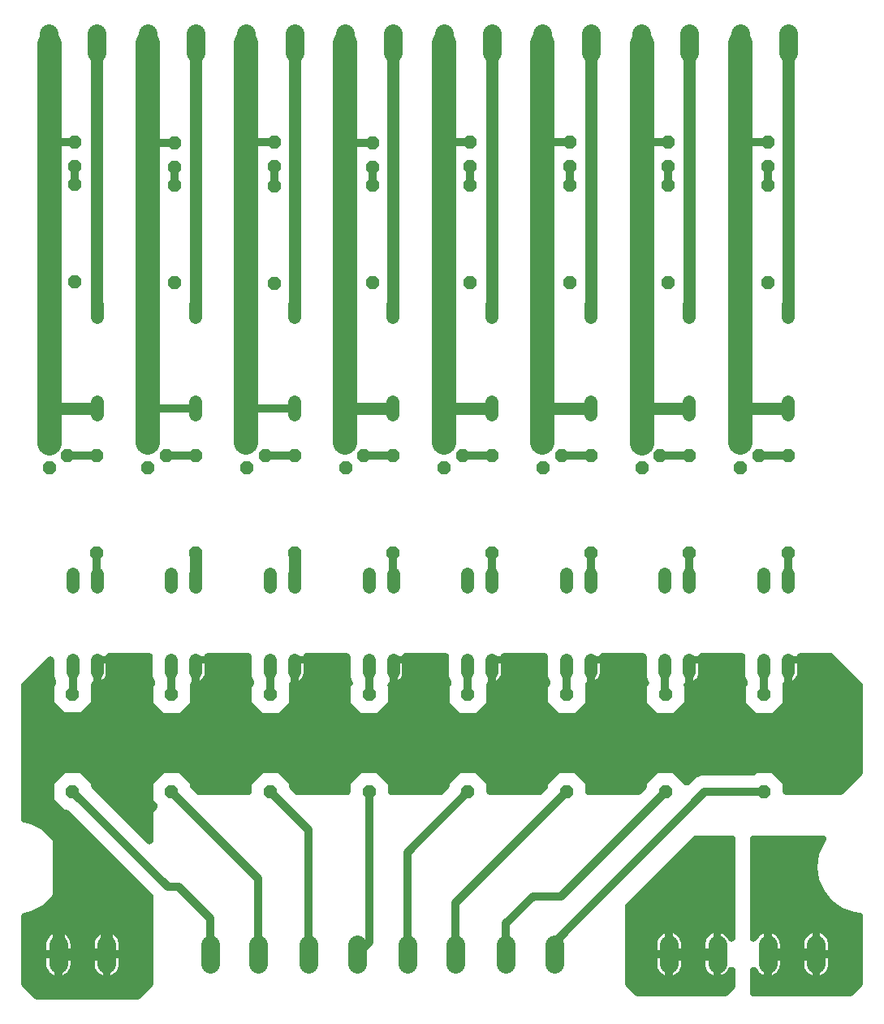
<source format=gbr>
G04 EAGLE Gerber RS-274X export*
G75*
%MOMM*%
%FSLAX34Y34*%
%LPD*%
%INBottom Copper*%
%IPPOS*%
%AMOC8*
5,1,8,0,0,1.08239X$1,22.5*%
G01*
%ADD10C,1.981200*%
%ADD11C,1.320800*%
%ADD12P,1.429621X8X112.500000*%
%ADD13P,1.429621X8X292.500000*%
%ADD14C,1.270000*%
%ADD15C,0.812800*%
%ADD16C,0.508000*%
%ADD17C,2.540000*%

G36*
X166824Y12705D02*
X166824Y12705D01*
X166885Y12703D01*
X167108Y12725D01*
X167332Y12741D01*
X167392Y12753D01*
X167451Y12759D01*
X167670Y12813D01*
X167890Y12860D01*
X167946Y12880D01*
X168005Y12895D01*
X168214Y12978D01*
X168425Y13056D01*
X168478Y13084D01*
X168534Y13106D01*
X168729Y13218D01*
X168927Y13324D01*
X168976Y13360D01*
X169028Y13390D01*
X169119Y13465D01*
X169387Y13661D01*
X169548Y13818D01*
X169637Y13891D01*
X182873Y27127D01*
X182913Y27172D01*
X182957Y27213D01*
X183099Y27387D01*
X183247Y27557D01*
X183280Y27608D01*
X183318Y27654D01*
X183435Y27847D01*
X183557Y28035D01*
X183582Y28090D01*
X183613Y28142D01*
X183702Y28348D01*
X183797Y28552D01*
X183814Y28610D01*
X183838Y28665D01*
X183896Y28882D01*
X183962Y29097D01*
X183971Y29157D01*
X183987Y29215D01*
X183998Y29332D01*
X184049Y29660D01*
X184052Y29885D01*
X184063Y30000D01*
X184063Y119845D01*
X184059Y119905D01*
X184061Y119965D01*
X184039Y120189D01*
X184023Y120413D01*
X184011Y120472D01*
X184005Y120532D01*
X183951Y120751D01*
X183904Y120970D01*
X183884Y121027D01*
X183869Y121086D01*
X183786Y121294D01*
X183708Y121505D01*
X183680Y121559D01*
X183658Y121615D01*
X183546Y121810D01*
X183440Y122008D01*
X183404Y122057D01*
X183374Y122109D01*
X183299Y122200D01*
X183103Y122468D01*
X182946Y122629D01*
X182873Y122718D01*
X96386Y209205D01*
X96340Y209245D01*
X96299Y209289D01*
X96125Y209431D01*
X95956Y209579D01*
X95905Y209612D01*
X95858Y209650D01*
X95666Y209767D01*
X95478Y209889D01*
X95423Y209914D01*
X95371Y209945D01*
X95165Y210034D01*
X94961Y210129D01*
X94903Y210146D01*
X94847Y210170D01*
X94631Y210228D01*
X94415Y210294D01*
X94356Y210303D01*
X94297Y210319D01*
X94180Y210330D01*
X93852Y210381D01*
X93627Y210384D01*
X93513Y210395D01*
X91604Y210395D01*
X80295Y221704D01*
X80295Y237696D01*
X91604Y249005D01*
X107596Y249005D01*
X118905Y237696D01*
X118905Y235787D01*
X118909Y235727D01*
X118907Y235667D01*
X118929Y235443D01*
X118945Y235219D01*
X118957Y235160D01*
X118963Y235100D01*
X119017Y234881D01*
X119064Y234662D01*
X119084Y234605D01*
X119099Y234546D01*
X119182Y234338D01*
X119260Y234127D01*
X119288Y234073D01*
X119310Y234017D01*
X119422Y233822D01*
X119528Y233624D01*
X119564Y233575D01*
X119594Y233523D01*
X119669Y233432D01*
X119865Y233164D01*
X120022Y233003D01*
X120095Y232914D01*
X177127Y175882D01*
X177214Y175806D01*
X177294Y175724D01*
X177429Y175620D01*
X177557Y175508D01*
X177654Y175446D01*
X177745Y175375D01*
X177893Y175291D01*
X178035Y175199D01*
X178140Y175150D01*
X178240Y175093D01*
X178398Y175030D01*
X178552Y174959D01*
X178662Y174925D01*
X178769Y174883D01*
X178935Y174843D01*
X179097Y174793D01*
X179211Y174776D01*
X179323Y174749D01*
X179493Y174732D01*
X179660Y174706D01*
X179775Y174705D01*
X179890Y174693D01*
X180060Y174701D01*
X180230Y174698D01*
X180344Y174713D01*
X180460Y174718D01*
X180627Y174749D01*
X180795Y174771D01*
X180907Y174801D01*
X181020Y174822D01*
X181181Y174876D01*
X181345Y174921D01*
X181451Y174967D01*
X181560Y175003D01*
X181712Y175079D01*
X181868Y175147D01*
X181966Y175207D01*
X182069Y175258D01*
X182209Y175355D01*
X182354Y175444D01*
X182443Y175517D01*
X182538Y175582D01*
X182663Y175698D01*
X182795Y175806D01*
X182872Y175890D01*
X182957Y175969D01*
X183065Y176100D01*
X183180Y176225D01*
X183245Y176320D01*
X183318Y176410D01*
X183406Y176555D01*
X183502Y176695D01*
X183554Y176798D01*
X183613Y176897D01*
X183680Y177053D01*
X183756Y177205D01*
X183792Y177315D01*
X183838Y177421D01*
X183882Y177585D01*
X183936Y177746D01*
X183957Y177859D01*
X183987Y177970D01*
X183998Y178085D01*
X184038Y178306D01*
X184052Y178638D01*
X184063Y178755D01*
X184063Y208317D01*
X187450Y211703D01*
X187600Y211877D01*
X187756Y212047D01*
X187787Y212092D01*
X187823Y212133D01*
X187948Y212327D01*
X188079Y212516D01*
X188103Y212565D01*
X188133Y212612D01*
X188230Y212820D01*
X188332Y213026D01*
X188350Y213079D01*
X188373Y213128D01*
X188440Y213349D01*
X188512Y213567D01*
X188522Y213621D01*
X188538Y213674D01*
X188573Y213901D01*
X188615Y214128D01*
X188617Y214183D01*
X188625Y214237D01*
X188628Y214466D01*
X188638Y214697D01*
X188632Y214752D01*
X188633Y214807D01*
X188604Y215035D01*
X188581Y215264D01*
X188568Y215317D01*
X188561Y215372D01*
X188500Y215594D01*
X188445Y215817D01*
X188425Y215868D01*
X188411Y215921D01*
X188319Y216133D01*
X188234Y216346D01*
X188207Y216394D01*
X188185Y216444D01*
X188065Y216641D01*
X187950Y216841D01*
X187922Y216875D01*
X187888Y216931D01*
X187526Y217371D01*
X187478Y217415D01*
X187450Y217450D01*
X183695Y221204D01*
X183695Y237196D01*
X195004Y248505D01*
X210996Y248505D01*
X222305Y237196D01*
X222305Y235287D01*
X222309Y235227D01*
X222307Y235167D01*
X222329Y234943D01*
X222345Y234719D01*
X222357Y234660D01*
X222363Y234600D01*
X222417Y234381D01*
X222464Y234162D01*
X222484Y234105D01*
X222499Y234046D01*
X222582Y233838D01*
X222660Y233627D01*
X222688Y233573D01*
X222710Y233517D01*
X222822Y233322D01*
X222928Y233124D01*
X222964Y233075D01*
X222994Y233023D01*
X223069Y232932D01*
X223265Y232664D01*
X223422Y232503D01*
X223495Y232414D01*
X228782Y227127D01*
X228828Y227087D01*
X228869Y227043D01*
X229043Y226901D01*
X229212Y226753D01*
X229263Y226720D01*
X229310Y226682D01*
X229502Y226565D01*
X229690Y226443D01*
X229745Y226418D01*
X229797Y226387D01*
X230003Y226298D01*
X230207Y226204D01*
X230265Y226186D01*
X230321Y226162D01*
X230537Y226104D01*
X230753Y226038D01*
X230812Y226029D01*
X230870Y226013D01*
X230988Y226002D01*
X231316Y225951D01*
X231540Y225948D01*
X231655Y225937D01*
X282632Y225937D01*
X282861Y225953D01*
X283092Y225963D01*
X283146Y225973D01*
X283200Y225977D01*
X283426Y226025D01*
X283652Y226067D01*
X283704Y226084D01*
X283758Y226096D01*
X283974Y226175D01*
X284192Y226248D01*
X284241Y226273D01*
X284293Y226292D01*
X284496Y226400D01*
X284701Y226503D01*
X284747Y226534D01*
X284795Y226560D01*
X284981Y226696D01*
X285170Y226827D01*
X285211Y226864D01*
X285255Y226897D01*
X285420Y227057D01*
X285589Y227213D01*
X285624Y227256D01*
X285663Y227294D01*
X285804Y227476D01*
X285950Y227654D01*
X285978Y227702D01*
X286012Y227745D01*
X286126Y227945D01*
X286245Y228142D01*
X286267Y228192D01*
X286294Y228240D01*
X286379Y228454D01*
X286470Y228665D01*
X286484Y228718D01*
X286504Y228769D01*
X286559Y228994D01*
X286619Y229215D01*
X286623Y229259D01*
X286639Y229323D01*
X286694Y229890D01*
X286691Y229956D01*
X286695Y230000D01*
X286695Y237196D01*
X298004Y248505D01*
X313996Y248505D01*
X325305Y237196D01*
X325305Y235287D01*
X325309Y235227D01*
X325307Y235167D01*
X325329Y234943D01*
X325345Y234719D01*
X325357Y234660D01*
X325363Y234600D01*
X325417Y234381D01*
X325464Y234162D01*
X325484Y234105D01*
X325499Y234046D01*
X325582Y233838D01*
X325660Y233627D01*
X325688Y233573D01*
X325710Y233517D01*
X325822Y233322D01*
X325928Y233124D01*
X325964Y233075D01*
X325994Y233023D01*
X326069Y232932D01*
X326265Y232664D01*
X326422Y232503D01*
X326495Y232414D01*
X331782Y227127D01*
X331828Y227087D01*
X331869Y227043D01*
X332043Y226901D01*
X332212Y226753D01*
X332263Y226720D01*
X332310Y226682D01*
X332502Y226565D01*
X332690Y226443D01*
X332745Y226418D01*
X332797Y226387D01*
X333003Y226298D01*
X333207Y226204D01*
X333265Y226186D01*
X333321Y226162D01*
X333537Y226104D01*
X333753Y226038D01*
X333812Y226029D01*
X333870Y226013D01*
X333988Y226002D01*
X334316Y225951D01*
X334540Y225948D01*
X334655Y225937D01*
X385632Y225937D01*
X385861Y225953D01*
X386092Y225963D01*
X386146Y225973D01*
X386200Y225977D01*
X386426Y226025D01*
X386652Y226067D01*
X386704Y226084D01*
X386758Y226096D01*
X386974Y226175D01*
X387192Y226248D01*
X387241Y226273D01*
X387293Y226292D01*
X387496Y226400D01*
X387701Y226503D01*
X387747Y226534D01*
X387795Y226560D01*
X387981Y226696D01*
X388170Y226827D01*
X388211Y226864D01*
X388255Y226897D01*
X388420Y227057D01*
X388589Y227213D01*
X388624Y227256D01*
X388663Y227294D01*
X388804Y227476D01*
X388950Y227654D01*
X388978Y227702D01*
X389012Y227745D01*
X389126Y227945D01*
X389245Y228142D01*
X389267Y228192D01*
X389294Y228240D01*
X389379Y228454D01*
X389470Y228665D01*
X389484Y228718D01*
X389504Y228769D01*
X389559Y228994D01*
X389619Y229215D01*
X389623Y229259D01*
X389639Y229323D01*
X389694Y229890D01*
X389691Y229956D01*
X389695Y230000D01*
X389695Y237196D01*
X401004Y248505D01*
X416996Y248505D01*
X428305Y237196D01*
X428305Y230000D01*
X428321Y229771D01*
X428331Y229540D01*
X428341Y229486D01*
X428345Y229432D01*
X428393Y229206D01*
X428435Y228980D01*
X428452Y228928D01*
X428464Y228874D01*
X428543Y228658D01*
X428616Y228440D01*
X428641Y228391D01*
X428660Y228339D01*
X428768Y228136D01*
X428871Y227931D01*
X428902Y227885D01*
X428928Y227837D01*
X429064Y227651D01*
X429195Y227462D01*
X429232Y227421D01*
X429265Y227377D01*
X429425Y227212D01*
X429581Y227043D01*
X429624Y227008D01*
X429662Y226969D01*
X429844Y226828D01*
X430022Y226682D01*
X430070Y226654D01*
X430113Y226620D01*
X430313Y226506D01*
X430510Y226387D01*
X430560Y226365D01*
X430608Y226338D01*
X430822Y226253D01*
X431033Y226162D01*
X431086Y226148D01*
X431137Y226128D01*
X431362Y226073D01*
X431583Y226013D01*
X431627Y226009D01*
X431691Y225994D01*
X432258Y225938D01*
X432324Y225941D01*
X432368Y225937D01*
X483345Y225937D01*
X483405Y225941D01*
X483465Y225939D01*
X483689Y225961D01*
X483913Y225977D01*
X483972Y225989D01*
X484032Y225995D01*
X484251Y226049D01*
X484470Y226096D01*
X484527Y226116D01*
X484586Y226131D01*
X484794Y226214D01*
X485005Y226292D01*
X485059Y226320D01*
X485115Y226343D01*
X485310Y226454D01*
X485508Y226560D01*
X485557Y226596D01*
X485609Y226626D01*
X485700Y226701D01*
X485968Y226897D01*
X486129Y227054D01*
X486218Y227127D01*
X491505Y232414D01*
X491545Y232460D01*
X491589Y232501D01*
X491731Y232675D01*
X491879Y232844D01*
X491912Y232895D01*
X491950Y232942D01*
X492067Y233134D01*
X492189Y233322D01*
X492214Y233377D01*
X492245Y233429D01*
X492334Y233635D01*
X492429Y233839D01*
X492446Y233897D01*
X492470Y233953D01*
X492528Y234169D01*
X492594Y234385D01*
X492603Y234444D01*
X492619Y234503D01*
X492630Y234620D01*
X492681Y234948D01*
X492684Y235173D01*
X492695Y235287D01*
X492695Y237196D01*
X504004Y248505D01*
X519996Y248505D01*
X531305Y237196D01*
X531305Y230000D01*
X531321Y229771D01*
X531331Y229540D01*
X531341Y229486D01*
X531345Y229432D01*
X531393Y229206D01*
X531435Y228980D01*
X531452Y228928D01*
X531464Y228874D01*
X531543Y228658D01*
X531616Y228440D01*
X531641Y228391D01*
X531660Y228339D01*
X531768Y228136D01*
X531871Y227931D01*
X531902Y227885D01*
X531928Y227837D01*
X532064Y227651D01*
X532195Y227462D01*
X532232Y227421D01*
X532265Y227377D01*
X532425Y227212D01*
X532581Y227043D01*
X532624Y227008D01*
X532662Y226969D01*
X532844Y226828D01*
X533022Y226682D01*
X533070Y226654D01*
X533113Y226620D01*
X533313Y226506D01*
X533510Y226387D01*
X533560Y226365D01*
X533608Y226338D01*
X533822Y226253D01*
X534033Y226162D01*
X534086Y226148D01*
X534137Y226128D01*
X534362Y226073D01*
X534583Y226013D01*
X534627Y226009D01*
X534691Y225994D01*
X535258Y225938D01*
X535324Y225941D01*
X535368Y225937D01*
X586345Y225937D01*
X586405Y225941D01*
X586465Y225939D01*
X586689Y225961D01*
X586913Y225977D01*
X586972Y225989D01*
X587032Y225995D01*
X587251Y226049D01*
X587470Y226096D01*
X587527Y226116D01*
X587586Y226131D01*
X587794Y226214D01*
X588005Y226292D01*
X588059Y226320D01*
X588115Y226343D01*
X588310Y226454D01*
X588508Y226560D01*
X588557Y226596D01*
X588609Y226626D01*
X588700Y226701D01*
X588968Y226897D01*
X589129Y227054D01*
X589218Y227127D01*
X594505Y232414D01*
X594545Y232460D01*
X594589Y232501D01*
X594731Y232675D01*
X594879Y232844D01*
X594912Y232895D01*
X594950Y232942D01*
X595067Y233134D01*
X595189Y233322D01*
X595214Y233377D01*
X595245Y233429D01*
X595334Y233635D01*
X595429Y233839D01*
X595446Y233897D01*
X595470Y233953D01*
X595528Y234169D01*
X595594Y234385D01*
X595603Y234444D01*
X595619Y234503D01*
X595630Y234620D01*
X595681Y234948D01*
X595684Y235173D01*
X595695Y235287D01*
X595695Y237196D01*
X607004Y248505D01*
X622996Y248505D01*
X634305Y237196D01*
X634305Y230000D01*
X634321Y229771D01*
X634331Y229540D01*
X634341Y229486D01*
X634345Y229432D01*
X634393Y229206D01*
X634435Y228980D01*
X634452Y228928D01*
X634464Y228874D01*
X634543Y228658D01*
X634616Y228440D01*
X634641Y228391D01*
X634660Y228339D01*
X634768Y228136D01*
X634871Y227931D01*
X634902Y227885D01*
X634928Y227837D01*
X635064Y227651D01*
X635195Y227462D01*
X635232Y227421D01*
X635265Y227377D01*
X635425Y227212D01*
X635581Y227043D01*
X635624Y227008D01*
X635662Y226969D01*
X635844Y226828D01*
X636022Y226682D01*
X636070Y226654D01*
X636113Y226620D01*
X636313Y226506D01*
X636510Y226387D01*
X636560Y226365D01*
X636608Y226338D01*
X636822Y226253D01*
X637033Y226162D01*
X637086Y226148D01*
X637137Y226128D01*
X637362Y226073D01*
X637583Y226013D01*
X637627Y226009D01*
X637691Y225994D01*
X638258Y225938D01*
X638324Y225941D01*
X638368Y225937D01*
X689345Y225937D01*
X689405Y225941D01*
X689465Y225939D01*
X689689Y225961D01*
X689913Y225977D01*
X689972Y225989D01*
X690032Y225995D01*
X690251Y226049D01*
X690470Y226096D01*
X690527Y226116D01*
X690586Y226131D01*
X690794Y226214D01*
X691005Y226292D01*
X691059Y226320D01*
X691115Y226343D01*
X691310Y226454D01*
X691508Y226560D01*
X691557Y226596D01*
X691609Y226626D01*
X691700Y226701D01*
X691968Y226897D01*
X692129Y227054D01*
X692218Y227127D01*
X697505Y232414D01*
X697545Y232460D01*
X697589Y232501D01*
X697731Y232675D01*
X697879Y232844D01*
X697912Y232895D01*
X697950Y232942D01*
X698067Y233134D01*
X698189Y233322D01*
X698214Y233377D01*
X698245Y233429D01*
X698334Y233635D01*
X698429Y233839D01*
X698446Y233897D01*
X698470Y233953D01*
X698528Y234169D01*
X698594Y234385D01*
X698603Y234444D01*
X698619Y234503D01*
X698630Y234620D01*
X698681Y234948D01*
X698684Y235173D01*
X698695Y235287D01*
X698695Y237196D01*
X710004Y248505D01*
X725996Y248505D01*
X737523Y236978D01*
X737697Y236827D01*
X737866Y236672D01*
X737912Y236640D01*
X737953Y236604D01*
X738146Y236479D01*
X738336Y236349D01*
X738385Y236324D01*
X738431Y236295D01*
X738640Y236198D01*
X738846Y236095D01*
X738898Y236078D01*
X738948Y236055D01*
X739169Y235988D01*
X739387Y235915D01*
X739441Y235905D01*
X739493Y235890D01*
X739721Y235854D01*
X739947Y235813D01*
X740002Y235811D01*
X740056Y235802D01*
X740286Y235799D01*
X740517Y235790D01*
X740571Y235795D01*
X740626Y235795D01*
X740855Y235824D01*
X741084Y235847D01*
X741137Y235860D01*
X741191Y235867D01*
X741414Y235927D01*
X741637Y235982D01*
X741688Y236003D01*
X741741Y236017D01*
X741952Y236108D01*
X742166Y236194D01*
X742214Y236221D01*
X742264Y236243D01*
X742461Y236363D01*
X742660Y236477D01*
X742695Y236505D01*
X742750Y236540D01*
X743191Y236902D01*
X743235Y236950D01*
X743269Y236978D01*
X749704Y243412D01*
X755865Y245965D01*
X808781Y245965D01*
X808841Y245969D01*
X808901Y245967D01*
X809125Y245989D01*
X809349Y246005D01*
X809408Y246017D01*
X809468Y246023D01*
X809687Y246077D01*
X809906Y246124D01*
X809963Y246144D01*
X810022Y246159D01*
X810230Y246242D01*
X810441Y246320D01*
X810495Y246348D01*
X810551Y246370D01*
X810746Y246482D01*
X810944Y246588D01*
X810992Y246624D01*
X811045Y246654D01*
X811136Y246729D01*
X811404Y246925D01*
X811565Y247082D01*
X811654Y247155D01*
X813004Y248505D01*
X828996Y248505D01*
X840305Y237196D01*
X840305Y230000D01*
X840321Y229771D01*
X840331Y229540D01*
X840341Y229486D01*
X840345Y229432D01*
X840393Y229206D01*
X840435Y228980D01*
X840452Y228928D01*
X840464Y228874D01*
X840543Y228658D01*
X840616Y228440D01*
X840641Y228391D01*
X840660Y228339D01*
X840768Y228136D01*
X840871Y227931D01*
X840902Y227885D01*
X840928Y227837D01*
X841064Y227651D01*
X841195Y227462D01*
X841232Y227421D01*
X841265Y227377D01*
X841425Y227212D01*
X841581Y227043D01*
X841624Y227008D01*
X841662Y226969D01*
X841844Y226828D01*
X842022Y226682D01*
X842070Y226654D01*
X842113Y226620D01*
X842313Y226506D01*
X842510Y226387D01*
X842560Y226365D01*
X842608Y226338D01*
X842822Y226253D01*
X843033Y226162D01*
X843086Y226148D01*
X843137Y226128D01*
X843362Y226073D01*
X843583Y226013D01*
X843627Y226009D01*
X843691Y225994D01*
X844258Y225938D01*
X844324Y225941D01*
X844368Y225937D01*
X900000Y225937D01*
X900060Y225941D01*
X900121Y225939D01*
X900344Y225961D01*
X900568Y225977D01*
X900628Y225989D01*
X900688Y225995D01*
X900906Y226049D01*
X901126Y226096D01*
X901182Y226116D01*
X901241Y226131D01*
X901450Y226214D01*
X901661Y226292D01*
X901714Y226320D01*
X901770Y226343D01*
X901965Y226454D01*
X902163Y226560D01*
X902212Y226596D01*
X902264Y226626D01*
X902355Y226701D01*
X902623Y226897D01*
X902784Y227054D01*
X902873Y227127D01*
X922873Y247127D01*
X922913Y247172D01*
X922957Y247213D01*
X923099Y247387D01*
X923247Y247557D01*
X923280Y247608D01*
X923318Y247654D01*
X923435Y247847D01*
X923557Y248035D01*
X923582Y248090D01*
X923613Y248142D01*
X923702Y248348D01*
X923797Y248552D01*
X923814Y248610D01*
X923838Y248665D01*
X923896Y248882D01*
X923962Y249097D01*
X923971Y249157D01*
X923987Y249215D01*
X923998Y249332D01*
X924049Y249660D01*
X924052Y249885D01*
X924063Y250000D01*
X924063Y340000D01*
X924059Y340060D01*
X924061Y340121D01*
X924039Y340344D01*
X924023Y340568D01*
X924011Y340628D01*
X924005Y340688D01*
X923951Y340906D01*
X923904Y341126D01*
X923884Y341182D01*
X923869Y341241D01*
X923786Y341450D01*
X923708Y341661D01*
X923680Y341714D01*
X923658Y341770D01*
X923546Y341965D01*
X923440Y342163D01*
X923404Y342212D01*
X923374Y342264D01*
X923299Y342355D01*
X923103Y342623D01*
X922946Y342784D01*
X922873Y342873D01*
X892873Y372873D01*
X892828Y372913D01*
X892787Y372957D01*
X892613Y373099D01*
X892443Y373247D01*
X892392Y373280D01*
X892346Y373318D01*
X892153Y373435D01*
X891965Y373557D01*
X891910Y373582D01*
X891858Y373613D01*
X891652Y373702D01*
X891448Y373797D01*
X891390Y373814D01*
X891335Y373838D01*
X891118Y373896D01*
X890903Y373962D01*
X890843Y373971D01*
X890785Y373987D01*
X890668Y373998D01*
X890340Y374049D01*
X890115Y374052D01*
X890000Y374063D01*
X859080Y374063D01*
X859060Y374062D01*
X859039Y374063D01*
X858777Y374042D01*
X858512Y374023D01*
X858492Y374019D01*
X858471Y374017D01*
X858213Y373959D01*
X857955Y373904D01*
X857936Y373897D01*
X857915Y373893D01*
X857669Y373800D01*
X857420Y373708D01*
X857401Y373699D01*
X857382Y373691D01*
X857152Y373565D01*
X856917Y373440D01*
X856901Y373428D01*
X856883Y373418D01*
X856670Y373258D01*
X856457Y373103D01*
X856443Y373089D01*
X856426Y373077D01*
X856238Y372890D01*
X856049Y372706D01*
X856037Y372690D01*
X856022Y372675D01*
X855862Y372464D01*
X855700Y372255D01*
X855690Y372237D01*
X855678Y372221D01*
X855550Y371991D01*
X855418Y371760D01*
X855411Y371741D01*
X855401Y371723D01*
X855306Y371478D01*
X855208Y371231D01*
X855203Y371210D01*
X855196Y371191D01*
X855143Y370963D01*
X846200Y370963D01*
X845971Y370947D01*
X845741Y370937D01*
X845687Y370927D01*
X845632Y370923D01*
X845407Y370875D01*
X845181Y370833D01*
X845128Y370816D01*
X845075Y370804D01*
X844859Y370725D01*
X844640Y370652D01*
X844591Y370627D01*
X844540Y370609D01*
X844337Y370500D01*
X844131Y370397D01*
X844086Y370366D01*
X844037Y370340D01*
X843852Y370204D01*
X843662Y370073D01*
X843622Y370036D01*
X843577Y370003D01*
X843412Y369843D01*
X843243Y369687D01*
X843243Y369686D01*
X843208Y369644D01*
X843169Y369605D01*
X843028Y369424D01*
X842882Y369245D01*
X842853Y369198D01*
X842820Y369155D01*
X842706Y368955D01*
X842586Y368758D01*
X842565Y368708D01*
X842538Y368660D01*
X842452Y368445D01*
X842362Y368234D01*
X842348Y368182D01*
X842327Y368130D01*
X842273Y367906D01*
X842213Y367684D01*
X842209Y367640D01*
X842193Y367576D01*
X842138Y367009D01*
X842141Y366944D01*
X842137Y366900D01*
X842137Y344124D01*
X842108Y344109D01*
X841986Y344023D01*
X841858Y343945D01*
X841754Y343859D01*
X841643Y343781D01*
X841534Y343678D01*
X841418Y343583D01*
X841327Y343483D01*
X841228Y343390D01*
X841134Y343274D01*
X841033Y343163D01*
X840956Y343051D01*
X840871Y342945D01*
X840795Y342817D01*
X840711Y342694D01*
X840650Y342572D01*
X840581Y342455D01*
X840524Y342317D01*
X840457Y342184D01*
X840414Y342055D01*
X840362Y341929D01*
X840324Y341785D01*
X840277Y341643D01*
X840253Y341509D01*
X840219Y341378D01*
X840202Y341229D01*
X840175Y341082D01*
X840169Y340947D01*
X840154Y340812D01*
X840158Y340662D01*
X840152Y340513D01*
X840165Y340378D01*
X840169Y340242D01*
X840194Y340095D01*
X840209Y339946D01*
X840241Y339814D01*
X840264Y339680D01*
X840305Y339550D01*
X840305Y322804D01*
X828996Y311495D01*
X813004Y311495D01*
X801695Y322804D01*
X801695Y338796D01*
X802845Y339946D01*
X802885Y339992D01*
X802929Y340033D01*
X803072Y340207D01*
X803219Y340376D01*
X803251Y340427D01*
X803290Y340474D01*
X803407Y340666D01*
X803529Y340854D01*
X803554Y340909D01*
X803585Y340961D01*
X803674Y341167D01*
X803769Y341371D01*
X803786Y341429D01*
X803810Y341485D01*
X803868Y341701D01*
X803934Y341917D01*
X803943Y341976D01*
X803959Y342035D01*
X803970Y342152D01*
X804021Y342480D01*
X804024Y342705D01*
X804035Y342819D01*
X804035Y342912D01*
X804028Y343012D01*
X804029Y343049D01*
X804027Y343060D01*
X804028Y343147D01*
X804007Y343313D01*
X803995Y343480D01*
X803971Y343596D01*
X803956Y343712D01*
X803922Y343822D01*
X803876Y344037D01*
X803760Y344356D01*
X803726Y344467D01*
X801495Y349852D01*
X801495Y370000D01*
X801479Y370229D01*
X801469Y370460D01*
X801459Y370514D01*
X801455Y370568D01*
X801407Y370794D01*
X801365Y371020D01*
X801348Y371072D01*
X801336Y371126D01*
X801257Y371342D01*
X801184Y371560D01*
X801159Y371609D01*
X801140Y371661D01*
X801032Y371864D01*
X800929Y372069D01*
X800898Y372115D01*
X800872Y372163D01*
X800736Y372349D01*
X800605Y372538D01*
X800568Y372579D01*
X800535Y372623D01*
X800375Y372788D01*
X800219Y372957D01*
X800176Y372992D01*
X800138Y373031D01*
X799956Y373172D01*
X799778Y373318D01*
X799730Y373346D01*
X799687Y373380D01*
X799487Y373494D01*
X799290Y373613D01*
X799240Y373635D01*
X799192Y373662D01*
X798978Y373747D01*
X798767Y373838D01*
X798714Y373852D01*
X798663Y373872D01*
X798438Y373927D01*
X798217Y373987D01*
X798173Y373991D01*
X798109Y374007D01*
X797542Y374062D01*
X797476Y374059D01*
X797432Y374063D01*
X756080Y374063D01*
X756068Y374062D01*
X756055Y374063D01*
X755785Y374042D01*
X755512Y374023D01*
X755500Y374021D01*
X755487Y374020D01*
X755221Y373961D01*
X754955Y373904D01*
X754943Y373900D01*
X754931Y373897D01*
X754675Y373802D01*
X754420Y373708D01*
X754409Y373702D01*
X754397Y373698D01*
X754157Y373568D01*
X753917Y373440D01*
X753907Y373432D01*
X753896Y373426D01*
X753677Y373264D01*
X753457Y373103D01*
X753449Y373094D01*
X753438Y373087D01*
X753245Y372897D01*
X753049Y372706D01*
X753041Y372696D01*
X753033Y372687D01*
X752867Y372470D01*
X752700Y372255D01*
X752694Y372244D01*
X752687Y372234D01*
X752552Y371995D01*
X752418Y371760D01*
X752414Y371749D01*
X752407Y371738D01*
X752309Y371485D01*
X752208Y371231D01*
X752205Y371218D01*
X752201Y371207D01*
X752143Y370963D01*
X743200Y370963D01*
X742971Y370947D01*
X742741Y370937D01*
X742687Y370927D01*
X742632Y370923D01*
X742407Y370875D01*
X742181Y370833D01*
X742128Y370816D01*
X742075Y370804D01*
X741859Y370725D01*
X741640Y370652D01*
X741591Y370627D01*
X741540Y370609D01*
X741337Y370500D01*
X741131Y370397D01*
X741086Y370366D01*
X741037Y370340D01*
X740852Y370204D01*
X740662Y370073D01*
X740622Y370036D01*
X740577Y370003D01*
X740412Y369843D01*
X740243Y369687D01*
X740243Y369686D01*
X740208Y369644D01*
X740169Y369605D01*
X740028Y369424D01*
X739882Y369245D01*
X739853Y369198D01*
X739820Y369155D01*
X739706Y368955D01*
X739586Y368758D01*
X739565Y368708D01*
X739538Y368660D01*
X739452Y368445D01*
X739362Y368234D01*
X739348Y368182D01*
X739327Y368130D01*
X739273Y367906D01*
X739213Y367684D01*
X739209Y367640D01*
X739193Y367576D01*
X739138Y367009D01*
X739141Y366944D01*
X739137Y366900D01*
X739137Y344124D01*
X739108Y344109D01*
X738986Y344023D01*
X738858Y343945D01*
X738754Y343859D01*
X738643Y343781D01*
X738534Y343678D01*
X738418Y343583D01*
X738327Y343483D01*
X738228Y343390D01*
X738134Y343274D01*
X738033Y343163D01*
X737956Y343051D01*
X737871Y342945D01*
X737795Y342817D01*
X737711Y342694D01*
X737650Y342572D01*
X737581Y342455D01*
X737524Y342317D01*
X737457Y342184D01*
X737414Y342055D01*
X737362Y341929D01*
X737324Y341785D01*
X737277Y341643D01*
X737253Y341509D01*
X737219Y341378D01*
X737202Y341229D01*
X737175Y341082D01*
X737169Y340947D01*
X737154Y340812D01*
X737158Y340662D01*
X737152Y340513D01*
X737165Y340378D01*
X737169Y340242D01*
X737194Y340095D01*
X737209Y339946D01*
X737241Y339814D01*
X737264Y339680D01*
X737305Y339550D01*
X737305Y322804D01*
X725996Y311495D01*
X710004Y311495D01*
X698695Y322804D01*
X698695Y338796D01*
X699845Y339946D01*
X699885Y339992D01*
X699929Y340033D01*
X700071Y340207D01*
X700219Y340376D01*
X700252Y340427D01*
X700290Y340474D01*
X700407Y340666D01*
X700529Y340855D01*
X700554Y340909D01*
X700585Y340961D01*
X700674Y341167D01*
X700769Y341371D01*
X700786Y341429D01*
X700810Y341485D01*
X700868Y341701D01*
X700934Y341917D01*
X700943Y341976D01*
X700959Y342035D01*
X700970Y342152D01*
X701021Y342480D01*
X701024Y342705D01*
X701035Y342819D01*
X701035Y342912D01*
X701028Y343012D01*
X701029Y343049D01*
X701027Y343060D01*
X701028Y343147D01*
X701007Y343313D01*
X700995Y343480D01*
X700971Y343595D01*
X700956Y343712D01*
X700922Y343822D01*
X700876Y344037D01*
X700760Y344355D01*
X700726Y344467D01*
X698495Y349852D01*
X698495Y370000D01*
X698479Y370229D01*
X698469Y370460D01*
X698459Y370514D01*
X698455Y370568D01*
X698407Y370794D01*
X698365Y371020D01*
X698348Y371072D01*
X698336Y371126D01*
X698257Y371342D01*
X698184Y371560D01*
X698159Y371609D01*
X698140Y371661D01*
X698032Y371864D01*
X697929Y372069D01*
X697898Y372115D01*
X697872Y372163D01*
X697736Y372349D01*
X697605Y372538D01*
X697568Y372579D01*
X697535Y372623D01*
X697375Y372788D01*
X697219Y372957D01*
X697176Y372992D01*
X697138Y373031D01*
X696956Y373172D01*
X696778Y373318D01*
X696730Y373346D01*
X696687Y373380D01*
X696487Y373494D01*
X696290Y373613D01*
X696240Y373635D01*
X696192Y373662D01*
X695978Y373747D01*
X695767Y373838D01*
X695714Y373852D01*
X695663Y373872D01*
X695438Y373927D01*
X695217Y373987D01*
X695173Y373991D01*
X695109Y374007D01*
X694542Y374062D01*
X694476Y374059D01*
X694432Y374063D01*
X653080Y374063D01*
X653060Y374062D01*
X653039Y374063D01*
X652777Y374042D01*
X652512Y374023D01*
X652492Y374019D01*
X652471Y374017D01*
X652213Y373959D01*
X651955Y373904D01*
X651936Y373897D01*
X651915Y373893D01*
X651669Y373800D01*
X651420Y373708D01*
X651401Y373699D01*
X651382Y373691D01*
X651152Y373565D01*
X650917Y373440D01*
X650901Y373428D01*
X650883Y373418D01*
X650670Y373258D01*
X650457Y373103D01*
X650443Y373089D01*
X650426Y373077D01*
X650238Y372890D01*
X650049Y372706D01*
X650037Y372690D01*
X650022Y372675D01*
X649862Y372464D01*
X649700Y372255D01*
X649690Y372237D01*
X649678Y372221D01*
X649550Y371991D01*
X649418Y371760D01*
X649411Y371741D01*
X649401Y371723D01*
X649306Y371478D01*
X649208Y371231D01*
X649203Y371210D01*
X649196Y371191D01*
X649143Y370963D01*
X640200Y370963D01*
X639971Y370947D01*
X639741Y370937D01*
X639687Y370927D01*
X639632Y370923D01*
X639407Y370875D01*
X639181Y370833D01*
X639128Y370816D01*
X639075Y370804D01*
X638859Y370725D01*
X638640Y370652D01*
X638591Y370627D01*
X638540Y370609D01*
X638337Y370500D01*
X638131Y370397D01*
X638086Y370366D01*
X638037Y370340D01*
X637852Y370204D01*
X637662Y370073D01*
X637622Y370036D01*
X637577Y370003D01*
X637412Y369843D01*
X637243Y369687D01*
X637243Y369686D01*
X637208Y369644D01*
X637169Y369605D01*
X637028Y369424D01*
X636882Y369245D01*
X636853Y369198D01*
X636820Y369155D01*
X636706Y368955D01*
X636586Y368758D01*
X636565Y368708D01*
X636538Y368660D01*
X636452Y368445D01*
X636362Y368234D01*
X636348Y368182D01*
X636327Y368130D01*
X636273Y367906D01*
X636213Y367684D01*
X636209Y367640D01*
X636193Y367576D01*
X636138Y367009D01*
X636141Y366944D01*
X636137Y366900D01*
X636137Y344124D01*
X636108Y344109D01*
X635986Y344023D01*
X635858Y343945D01*
X635754Y343859D01*
X635643Y343781D01*
X635534Y343678D01*
X635418Y343583D01*
X635327Y343483D01*
X635228Y343390D01*
X635134Y343274D01*
X635033Y343163D01*
X634956Y343051D01*
X634871Y342945D01*
X634795Y342817D01*
X634711Y342694D01*
X634650Y342572D01*
X634581Y342455D01*
X634524Y342317D01*
X634457Y342184D01*
X634414Y342055D01*
X634362Y341929D01*
X634324Y341785D01*
X634277Y341643D01*
X634253Y341509D01*
X634219Y341378D01*
X634202Y341229D01*
X634175Y341082D01*
X634169Y340947D01*
X634154Y340812D01*
X634158Y340662D01*
X634152Y340513D01*
X634165Y340378D01*
X634169Y340242D01*
X634194Y340095D01*
X634209Y339946D01*
X634241Y339814D01*
X634264Y339680D01*
X634305Y339550D01*
X634305Y322804D01*
X622996Y311495D01*
X607004Y311495D01*
X595695Y322804D01*
X595695Y338796D01*
X596872Y339973D01*
X596874Y339975D01*
X596876Y339977D01*
X597066Y340196D01*
X597246Y340403D01*
X597247Y340406D01*
X597249Y340408D01*
X597403Y340645D01*
X597556Y340882D01*
X597557Y340884D01*
X597558Y340886D01*
X597669Y341126D01*
X597796Y341398D01*
X597796Y341401D01*
X597798Y341403D01*
X597880Y341677D01*
X597961Y341944D01*
X597961Y341946D01*
X597962Y341949D01*
X598006Y342233D01*
X598048Y342507D01*
X598048Y342509D01*
X598049Y342512D01*
X598052Y342801D01*
X598056Y343076D01*
X598055Y343079D01*
X598055Y343082D01*
X598021Y343352D01*
X597984Y343642D01*
X597983Y343644D01*
X597983Y343647D01*
X597979Y343660D01*
X597833Y344191D01*
X597778Y344319D01*
X597753Y344401D01*
X595495Y349852D01*
X595495Y370000D01*
X595479Y370229D01*
X595469Y370460D01*
X595459Y370514D01*
X595455Y370568D01*
X595407Y370794D01*
X595365Y371020D01*
X595348Y371072D01*
X595336Y371126D01*
X595257Y371342D01*
X595184Y371560D01*
X595159Y371609D01*
X595140Y371661D01*
X595032Y371864D01*
X594929Y372069D01*
X594898Y372115D01*
X594872Y372163D01*
X594736Y372349D01*
X594605Y372538D01*
X594568Y372579D01*
X594535Y372623D01*
X594375Y372788D01*
X594219Y372957D01*
X594176Y372992D01*
X594138Y373031D01*
X593956Y373172D01*
X593778Y373318D01*
X593730Y373346D01*
X593687Y373380D01*
X593487Y373494D01*
X593290Y373613D01*
X593240Y373635D01*
X593192Y373662D01*
X592978Y373747D01*
X592767Y373838D01*
X592714Y373852D01*
X592663Y373872D01*
X592438Y373927D01*
X592217Y373987D01*
X592173Y373991D01*
X592109Y374007D01*
X591542Y374062D01*
X591476Y374059D01*
X591432Y374063D01*
X550080Y374063D01*
X550068Y374062D01*
X550055Y374063D01*
X549785Y374042D01*
X549512Y374023D01*
X549500Y374021D01*
X549487Y374020D01*
X549221Y373961D01*
X548955Y373904D01*
X548943Y373900D01*
X548931Y373897D01*
X548675Y373802D01*
X548420Y373708D01*
X548409Y373702D01*
X548397Y373698D01*
X548157Y373568D01*
X547917Y373440D01*
X547907Y373432D01*
X547896Y373426D01*
X547677Y373264D01*
X547457Y373103D01*
X547449Y373094D01*
X547438Y373087D01*
X547245Y372897D01*
X547049Y372706D01*
X547041Y372696D01*
X547033Y372687D01*
X546867Y372470D01*
X546700Y372255D01*
X546694Y372244D01*
X546687Y372234D01*
X546552Y371995D01*
X546418Y371760D01*
X546414Y371749D01*
X546407Y371738D01*
X546309Y371485D01*
X546208Y371231D01*
X546205Y371218D01*
X546201Y371207D01*
X546143Y370963D01*
X537200Y370963D01*
X536971Y370947D01*
X536741Y370937D01*
X536687Y370927D01*
X536632Y370923D01*
X536407Y370875D01*
X536181Y370833D01*
X536128Y370816D01*
X536075Y370804D01*
X535859Y370725D01*
X535640Y370652D01*
X535591Y370627D01*
X535540Y370609D01*
X535337Y370500D01*
X535131Y370397D01*
X535086Y370366D01*
X535037Y370340D01*
X534852Y370204D01*
X534662Y370073D01*
X534622Y370036D01*
X534577Y370003D01*
X534412Y369843D01*
X534243Y369687D01*
X534243Y369686D01*
X534208Y369644D01*
X534169Y369605D01*
X534028Y369424D01*
X533882Y369245D01*
X533853Y369198D01*
X533820Y369155D01*
X533706Y368955D01*
X533586Y368758D01*
X533565Y368708D01*
X533538Y368660D01*
X533452Y368445D01*
X533362Y368234D01*
X533348Y368182D01*
X533327Y368130D01*
X533273Y367906D01*
X533213Y367684D01*
X533209Y367640D01*
X533193Y367576D01*
X533138Y367009D01*
X533141Y366944D01*
X533137Y366900D01*
X533137Y344124D01*
X533108Y344109D01*
X532986Y344023D01*
X532858Y343945D01*
X532754Y343859D01*
X532643Y343781D01*
X532534Y343678D01*
X532418Y343583D01*
X532327Y343483D01*
X532228Y343390D01*
X532134Y343274D01*
X532033Y343163D01*
X531956Y343051D01*
X531871Y342945D01*
X531795Y342817D01*
X531711Y342694D01*
X531650Y342572D01*
X531581Y342455D01*
X531524Y342317D01*
X531457Y342184D01*
X531414Y342055D01*
X531362Y341929D01*
X531324Y341785D01*
X531277Y341643D01*
X531253Y341509D01*
X531219Y341378D01*
X531202Y341229D01*
X531175Y341082D01*
X531169Y340947D01*
X531154Y340812D01*
X531158Y340662D01*
X531152Y340513D01*
X531165Y340378D01*
X531169Y340242D01*
X531194Y340095D01*
X531209Y339946D01*
X531241Y339814D01*
X531264Y339680D01*
X531305Y339550D01*
X531305Y322804D01*
X519996Y311495D01*
X504004Y311495D01*
X492695Y322804D01*
X492695Y338796D01*
X493872Y339973D01*
X493874Y339975D01*
X493876Y339977D01*
X494065Y340195D01*
X494246Y340403D01*
X494247Y340406D01*
X494249Y340408D01*
X494406Y340651D01*
X494556Y340882D01*
X494557Y340884D01*
X494558Y340886D01*
X494677Y341143D01*
X494796Y341398D01*
X494796Y341401D01*
X494798Y341404D01*
X494877Y341667D01*
X494961Y341944D01*
X494961Y341946D01*
X494962Y341949D01*
X495006Y342233D01*
X495048Y342507D01*
X495048Y342509D01*
X495049Y342512D01*
X495052Y342801D01*
X495056Y343077D01*
X495055Y343079D01*
X495055Y343082D01*
X495021Y343352D01*
X494984Y343642D01*
X494983Y343645D01*
X494983Y343647D01*
X494979Y343659D01*
X494833Y344191D01*
X494778Y344320D01*
X494753Y344401D01*
X492495Y349852D01*
X492495Y370000D01*
X492479Y370229D01*
X492469Y370460D01*
X492459Y370514D01*
X492455Y370568D01*
X492407Y370794D01*
X492365Y371020D01*
X492348Y371072D01*
X492336Y371126D01*
X492257Y371342D01*
X492184Y371560D01*
X492159Y371609D01*
X492140Y371661D01*
X492032Y371864D01*
X491929Y372069D01*
X491898Y372115D01*
X491872Y372163D01*
X491736Y372349D01*
X491605Y372538D01*
X491568Y372579D01*
X491535Y372623D01*
X491375Y372788D01*
X491219Y372957D01*
X491176Y372992D01*
X491138Y373031D01*
X490956Y373172D01*
X490778Y373318D01*
X490730Y373346D01*
X490687Y373380D01*
X490487Y373494D01*
X490290Y373613D01*
X490240Y373635D01*
X490192Y373662D01*
X489978Y373747D01*
X489767Y373838D01*
X489714Y373852D01*
X489663Y373872D01*
X489438Y373927D01*
X489217Y373987D01*
X489173Y373991D01*
X489109Y374007D01*
X488542Y374062D01*
X488476Y374059D01*
X488432Y374063D01*
X447080Y374063D01*
X447068Y374062D01*
X447055Y374063D01*
X446785Y374042D01*
X446512Y374023D01*
X446500Y374021D01*
X446487Y374020D01*
X446221Y373961D01*
X445955Y373904D01*
X445943Y373900D01*
X445931Y373897D01*
X445675Y373802D01*
X445420Y373708D01*
X445409Y373702D01*
X445397Y373698D01*
X445157Y373568D01*
X444917Y373440D01*
X444907Y373432D01*
X444896Y373426D01*
X444677Y373264D01*
X444457Y373103D01*
X444449Y373094D01*
X444438Y373087D01*
X444245Y372897D01*
X444049Y372706D01*
X444041Y372696D01*
X444033Y372687D01*
X443867Y372470D01*
X443700Y372255D01*
X443694Y372244D01*
X443687Y372234D01*
X443552Y371995D01*
X443418Y371760D01*
X443414Y371749D01*
X443407Y371738D01*
X443309Y371485D01*
X443208Y371231D01*
X443205Y371218D01*
X443201Y371207D01*
X443143Y370963D01*
X434200Y370963D01*
X433971Y370947D01*
X433741Y370937D01*
X433687Y370927D01*
X433632Y370923D01*
X433407Y370875D01*
X433181Y370833D01*
X433128Y370816D01*
X433075Y370804D01*
X432859Y370725D01*
X432640Y370652D01*
X432591Y370627D01*
X432540Y370609D01*
X432337Y370500D01*
X432131Y370397D01*
X432086Y370366D01*
X432037Y370340D01*
X431852Y370204D01*
X431662Y370073D01*
X431622Y370036D01*
X431577Y370003D01*
X431412Y369843D01*
X431243Y369687D01*
X431243Y369686D01*
X431208Y369644D01*
X431169Y369605D01*
X431028Y369424D01*
X430882Y369245D01*
X430853Y369198D01*
X430820Y369155D01*
X430706Y368955D01*
X430586Y368758D01*
X430565Y368708D01*
X430538Y368660D01*
X430452Y368445D01*
X430362Y368234D01*
X430348Y368182D01*
X430327Y368130D01*
X430273Y367906D01*
X430213Y367684D01*
X430209Y367640D01*
X430193Y367576D01*
X430138Y367009D01*
X430141Y366944D01*
X430137Y366900D01*
X430137Y344124D01*
X430108Y344109D01*
X429986Y344023D01*
X429858Y343945D01*
X429754Y343859D01*
X429643Y343781D01*
X429534Y343678D01*
X429418Y343583D01*
X429327Y343483D01*
X429228Y343390D01*
X429134Y343274D01*
X429033Y343163D01*
X428956Y343051D01*
X428871Y342945D01*
X428795Y342817D01*
X428711Y342694D01*
X428650Y342572D01*
X428581Y342455D01*
X428524Y342317D01*
X428457Y342184D01*
X428414Y342055D01*
X428362Y341929D01*
X428324Y341785D01*
X428277Y341643D01*
X428253Y341509D01*
X428219Y341378D01*
X428202Y341229D01*
X428175Y341082D01*
X428169Y340947D01*
X428154Y340812D01*
X428158Y340662D01*
X428152Y340513D01*
X428165Y340378D01*
X428169Y340242D01*
X428194Y340095D01*
X428209Y339946D01*
X428241Y339814D01*
X428264Y339680D01*
X428305Y339550D01*
X428305Y322804D01*
X416996Y311495D01*
X401004Y311495D01*
X389695Y322804D01*
X389695Y338796D01*
X390872Y339973D01*
X390874Y339975D01*
X390876Y339977D01*
X391066Y340196D01*
X391246Y340403D01*
X391247Y340406D01*
X391249Y340408D01*
X391403Y340645D01*
X391556Y340882D01*
X391557Y340884D01*
X391558Y340886D01*
X391669Y341126D01*
X391796Y341398D01*
X391796Y341401D01*
X391798Y341403D01*
X391880Y341677D01*
X391961Y341944D01*
X391961Y341946D01*
X391962Y341949D01*
X392006Y342233D01*
X392048Y342507D01*
X392048Y342509D01*
X392049Y342512D01*
X392052Y342801D01*
X392056Y343076D01*
X392055Y343079D01*
X392055Y343082D01*
X392021Y343352D01*
X391984Y343642D01*
X391983Y343644D01*
X391983Y343647D01*
X391979Y343660D01*
X391833Y344191D01*
X391778Y344319D01*
X391753Y344401D01*
X389495Y349852D01*
X389495Y370000D01*
X389479Y370229D01*
X389469Y370460D01*
X389459Y370514D01*
X389455Y370568D01*
X389407Y370794D01*
X389365Y371020D01*
X389348Y371072D01*
X389336Y371126D01*
X389257Y371342D01*
X389184Y371560D01*
X389159Y371609D01*
X389140Y371661D01*
X389032Y371864D01*
X388929Y372069D01*
X388898Y372115D01*
X388872Y372163D01*
X388736Y372349D01*
X388605Y372538D01*
X388568Y372579D01*
X388535Y372623D01*
X388375Y372788D01*
X388219Y372957D01*
X388176Y372992D01*
X388138Y373031D01*
X387956Y373172D01*
X387778Y373318D01*
X387730Y373346D01*
X387687Y373380D01*
X387487Y373494D01*
X387290Y373613D01*
X387240Y373635D01*
X387192Y373662D01*
X386978Y373747D01*
X386767Y373838D01*
X386714Y373852D01*
X386663Y373872D01*
X386438Y373927D01*
X386217Y373987D01*
X386173Y373991D01*
X386109Y374007D01*
X385542Y374062D01*
X385476Y374059D01*
X385432Y374063D01*
X344080Y374063D01*
X344068Y374062D01*
X344055Y374063D01*
X343785Y374042D01*
X343512Y374023D01*
X343500Y374021D01*
X343487Y374020D01*
X343221Y373961D01*
X342955Y373904D01*
X342943Y373900D01*
X342931Y373897D01*
X342675Y373802D01*
X342420Y373708D01*
X342409Y373702D01*
X342397Y373698D01*
X342157Y373568D01*
X341917Y373440D01*
X341907Y373432D01*
X341896Y373426D01*
X341677Y373264D01*
X341457Y373103D01*
X341449Y373094D01*
X341438Y373087D01*
X341245Y372897D01*
X341049Y372706D01*
X341041Y372696D01*
X341033Y372687D01*
X340867Y372470D01*
X340700Y372255D01*
X340694Y372244D01*
X340687Y372234D01*
X340552Y371995D01*
X340418Y371760D01*
X340414Y371749D01*
X340407Y371738D01*
X340309Y371485D01*
X340208Y371231D01*
X340205Y371218D01*
X340201Y371207D01*
X340143Y370963D01*
X331200Y370963D01*
X330971Y370947D01*
X330741Y370937D01*
X330687Y370927D01*
X330632Y370923D01*
X330407Y370875D01*
X330181Y370833D01*
X330128Y370816D01*
X330075Y370804D01*
X329859Y370725D01*
X329640Y370652D01*
X329591Y370627D01*
X329540Y370609D01*
X329337Y370500D01*
X329131Y370397D01*
X329086Y370366D01*
X329037Y370340D01*
X328852Y370204D01*
X328662Y370073D01*
X328622Y370036D01*
X328577Y370003D01*
X328412Y369843D01*
X328243Y369687D01*
X328243Y369686D01*
X328208Y369644D01*
X328169Y369605D01*
X328028Y369424D01*
X327882Y369245D01*
X327853Y369198D01*
X327820Y369155D01*
X327706Y368955D01*
X327586Y368758D01*
X327565Y368708D01*
X327538Y368660D01*
X327452Y368445D01*
X327362Y368234D01*
X327348Y368182D01*
X327327Y368130D01*
X327273Y367906D01*
X327213Y367684D01*
X327209Y367640D01*
X327193Y367576D01*
X327138Y367009D01*
X327141Y366944D01*
X327137Y366900D01*
X327137Y344124D01*
X327108Y344109D01*
X326986Y344023D01*
X326858Y343945D01*
X326754Y343859D01*
X326643Y343781D01*
X326534Y343678D01*
X326418Y343583D01*
X326327Y343483D01*
X326228Y343390D01*
X326134Y343274D01*
X326033Y343163D01*
X325956Y343051D01*
X325871Y342945D01*
X325795Y342817D01*
X325711Y342694D01*
X325650Y342572D01*
X325581Y342455D01*
X325524Y342317D01*
X325457Y342184D01*
X325414Y342055D01*
X325362Y341929D01*
X325324Y341785D01*
X325277Y341643D01*
X325253Y341509D01*
X325219Y341378D01*
X325202Y341229D01*
X325175Y341082D01*
X325169Y340947D01*
X325154Y340812D01*
X325158Y340662D01*
X325152Y340513D01*
X325165Y340378D01*
X325169Y340242D01*
X325194Y340095D01*
X325209Y339946D01*
X325241Y339814D01*
X325264Y339680D01*
X325305Y339550D01*
X325305Y322804D01*
X313996Y311495D01*
X298004Y311495D01*
X286695Y322804D01*
X286695Y338796D01*
X287845Y339946D01*
X287885Y339992D01*
X287929Y340033D01*
X288071Y340207D01*
X288219Y340376D01*
X288252Y340427D01*
X288290Y340474D01*
X288407Y340666D01*
X288529Y340855D01*
X288554Y340909D01*
X288585Y340961D01*
X288674Y341167D01*
X288769Y341371D01*
X288786Y341429D01*
X288810Y341485D01*
X288868Y341701D01*
X288934Y341917D01*
X288943Y341976D01*
X288959Y342035D01*
X288970Y342152D01*
X289021Y342480D01*
X289024Y342705D01*
X289035Y342819D01*
X289035Y342912D01*
X289028Y343012D01*
X289029Y343049D01*
X289027Y343060D01*
X289028Y343147D01*
X289007Y343313D01*
X288995Y343480D01*
X288971Y343595D01*
X288956Y343712D01*
X288922Y343822D01*
X288876Y344037D01*
X288760Y344355D01*
X288726Y344467D01*
X286495Y349852D01*
X286495Y370000D01*
X286479Y370229D01*
X286469Y370460D01*
X286459Y370514D01*
X286455Y370568D01*
X286407Y370794D01*
X286365Y371020D01*
X286348Y371072D01*
X286336Y371126D01*
X286257Y371342D01*
X286184Y371560D01*
X286159Y371609D01*
X286140Y371661D01*
X286032Y371864D01*
X285929Y372069D01*
X285898Y372115D01*
X285872Y372163D01*
X285736Y372349D01*
X285605Y372538D01*
X285568Y372579D01*
X285535Y372623D01*
X285375Y372788D01*
X285219Y372957D01*
X285176Y372992D01*
X285138Y373031D01*
X284956Y373172D01*
X284778Y373318D01*
X284730Y373346D01*
X284687Y373380D01*
X284487Y373494D01*
X284290Y373613D01*
X284240Y373635D01*
X284192Y373662D01*
X283978Y373747D01*
X283767Y373838D01*
X283714Y373852D01*
X283663Y373872D01*
X283438Y373927D01*
X283217Y373987D01*
X283173Y373991D01*
X283109Y374007D01*
X282542Y374062D01*
X282476Y374059D01*
X282432Y374063D01*
X241080Y374063D01*
X241068Y374062D01*
X241055Y374063D01*
X240785Y374042D01*
X240512Y374023D01*
X240500Y374021D01*
X240487Y374020D01*
X240221Y373961D01*
X239955Y373904D01*
X239943Y373900D01*
X239931Y373897D01*
X239675Y373802D01*
X239420Y373708D01*
X239409Y373702D01*
X239397Y373698D01*
X239157Y373568D01*
X238917Y373440D01*
X238907Y373432D01*
X238896Y373426D01*
X238677Y373264D01*
X238457Y373103D01*
X238449Y373094D01*
X238438Y373087D01*
X238245Y372897D01*
X238049Y372706D01*
X238041Y372696D01*
X238033Y372687D01*
X237867Y372470D01*
X237700Y372255D01*
X237694Y372244D01*
X237687Y372234D01*
X237552Y371995D01*
X237418Y371760D01*
X237414Y371749D01*
X237407Y371738D01*
X237309Y371485D01*
X237208Y371231D01*
X237205Y371218D01*
X237201Y371207D01*
X237143Y370963D01*
X228200Y370963D01*
X227971Y370947D01*
X227741Y370937D01*
X227687Y370927D01*
X227632Y370923D01*
X227407Y370875D01*
X227181Y370833D01*
X227128Y370816D01*
X227075Y370804D01*
X226859Y370725D01*
X226640Y370652D01*
X226591Y370627D01*
X226540Y370609D01*
X226337Y370500D01*
X226131Y370397D01*
X226086Y370366D01*
X226037Y370340D01*
X225852Y370204D01*
X225662Y370073D01*
X225622Y370036D01*
X225577Y370003D01*
X225412Y369843D01*
X225243Y369687D01*
X225243Y369686D01*
X225208Y369644D01*
X225169Y369605D01*
X225028Y369424D01*
X224882Y369245D01*
X224853Y369198D01*
X224820Y369155D01*
X224706Y368955D01*
X224586Y368758D01*
X224565Y368708D01*
X224538Y368660D01*
X224452Y368445D01*
X224362Y368234D01*
X224348Y368182D01*
X224327Y368130D01*
X224273Y367906D01*
X224213Y367684D01*
X224209Y367640D01*
X224193Y367576D01*
X224138Y367009D01*
X224141Y366944D01*
X224137Y366900D01*
X224137Y344124D01*
X224108Y344109D01*
X223986Y344023D01*
X223858Y343945D01*
X223754Y343859D01*
X223643Y343781D01*
X223534Y343678D01*
X223418Y343583D01*
X223327Y343483D01*
X223228Y343390D01*
X223134Y343274D01*
X223033Y343163D01*
X222956Y343051D01*
X222871Y342945D01*
X222795Y342817D01*
X222711Y342694D01*
X222650Y342572D01*
X222581Y342455D01*
X222524Y342317D01*
X222457Y342184D01*
X222414Y342055D01*
X222362Y341929D01*
X222324Y341785D01*
X222277Y341643D01*
X222253Y341509D01*
X222219Y341378D01*
X222202Y341229D01*
X222175Y341082D01*
X222169Y340947D01*
X222154Y340812D01*
X222158Y340662D01*
X222152Y340513D01*
X222165Y340378D01*
X222169Y340242D01*
X222194Y340095D01*
X222209Y339946D01*
X222241Y339814D01*
X222264Y339680D01*
X222305Y339550D01*
X222305Y322804D01*
X210996Y311495D01*
X195004Y311495D01*
X183695Y322804D01*
X183695Y338796D01*
X184872Y339973D01*
X184874Y339975D01*
X184876Y339977D01*
X185066Y340196D01*
X185246Y340403D01*
X185247Y340406D01*
X185249Y340408D01*
X185403Y340645D01*
X185556Y340882D01*
X185557Y340884D01*
X185558Y340886D01*
X185669Y341126D01*
X185796Y341398D01*
X185796Y341401D01*
X185798Y341403D01*
X185880Y341677D01*
X185961Y341944D01*
X185961Y341946D01*
X185962Y341949D01*
X186006Y342233D01*
X186048Y342507D01*
X186048Y342509D01*
X186049Y342512D01*
X186052Y342801D01*
X186056Y343076D01*
X186055Y343079D01*
X186055Y343082D01*
X186021Y343352D01*
X185984Y343642D01*
X185983Y343644D01*
X185983Y343647D01*
X185979Y343660D01*
X185833Y344191D01*
X185778Y344319D01*
X185753Y344401D01*
X183495Y349852D01*
X183495Y370000D01*
X183479Y370229D01*
X183469Y370460D01*
X183459Y370514D01*
X183455Y370568D01*
X183407Y370794D01*
X183365Y371020D01*
X183348Y371072D01*
X183336Y371126D01*
X183257Y371342D01*
X183184Y371560D01*
X183159Y371609D01*
X183140Y371661D01*
X183032Y371864D01*
X182929Y372069D01*
X182898Y372115D01*
X182872Y372163D01*
X182736Y372349D01*
X182605Y372538D01*
X182568Y372579D01*
X182535Y372623D01*
X182375Y372788D01*
X182219Y372957D01*
X182176Y372992D01*
X182138Y373031D01*
X181956Y373172D01*
X181778Y373318D01*
X181730Y373346D01*
X181687Y373380D01*
X181487Y373494D01*
X181290Y373613D01*
X181240Y373635D01*
X181192Y373662D01*
X180978Y373747D01*
X180767Y373838D01*
X180714Y373852D01*
X180663Y373872D01*
X180438Y373927D01*
X180217Y373987D01*
X180173Y373991D01*
X180109Y374007D01*
X179542Y374062D01*
X179476Y374059D01*
X179432Y374063D01*
X138080Y374063D01*
X138068Y374062D01*
X138055Y374063D01*
X137785Y374042D01*
X137512Y374023D01*
X137500Y374021D01*
X137487Y374020D01*
X137221Y373961D01*
X136955Y373904D01*
X136943Y373900D01*
X136931Y373897D01*
X136675Y373802D01*
X136420Y373708D01*
X136409Y373702D01*
X136397Y373698D01*
X136157Y373568D01*
X135917Y373440D01*
X135907Y373432D01*
X135896Y373426D01*
X135677Y373264D01*
X135457Y373103D01*
X135449Y373094D01*
X135438Y373087D01*
X135245Y372897D01*
X135049Y372706D01*
X135041Y372696D01*
X135033Y372687D01*
X134867Y372470D01*
X134700Y372255D01*
X134694Y372244D01*
X134687Y372234D01*
X134552Y371995D01*
X134418Y371760D01*
X134414Y371749D01*
X134407Y371738D01*
X134309Y371485D01*
X134208Y371231D01*
X134205Y371218D01*
X134201Y371207D01*
X134143Y370963D01*
X125200Y370963D01*
X124971Y370947D01*
X124741Y370937D01*
X124687Y370927D01*
X124632Y370923D01*
X124407Y370875D01*
X124181Y370833D01*
X124128Y370816D01*
X124075Y370804D01*
X123859Y370725D01*
X123640Y370652D01*
X123591Y370627D01*
X123540Y370609D01*
X123337Y370500D01*
X123131Y370397D01*
X123086Y370366D01*
X123037Y370340D01*
X122852Y370204D01*
X122662Y370073D01*
X122622Y370036D01*
X122577Y370003D01*
X122412Y369843D01*
X122243Y369687D01*
X122243Y369686D01*
X122208Y369644D01*
X122169Y369605D01*
X122028Y369424D01*
X121882Y369245D01*
X121853Y369198D01*
X121820Y369155D01*
X121706Y368955D01*
X121586Y368758D01*
X121565Y368708D01*
X121538Y368660D01*
X121452Y368445D01*
X121362Y368234D01*
X121348Y368182D01*
X121327Y368130D01*
X121273Y367906D01*
X121213Y367684D01*
X121209Y367640D01*
X121193Y367576D01*
X121138Y367009D01*
X121141Y366944D01*
X121137Y366900D01*
X121137Y344289D01*
X121136Y344289D01*
X120899Y344170D01*
X120881Y344158D01*
X120863Y344148D01*
X120647Y343996D01*
X120430Y343846D01*
X120414Y343832D01*
X120397Y343820D01*
X120205Y343639D01*
X120011Y343460D01*
X119998Y343443D01*
X119982Y343429D01*
X119818Y343224D01*
X119650Y343018D01*
X119639Y343000D01*
X119626Y342984D01*
X119492Y342757D01*
X119355Y342531D01*
X119346Y342512D01*
X119336Y342494D01*
X119234Y342249D01*
X119130Y342008D01*
X119125Y341987D01*
X119117Y341968D01*
X119050Y341713D01*
X118981Y341458D01*
X118980Y341440D01*
X118973Y341417D01*
X118909Y340851D01*
X118911Y340742D01*
X118905Y340673D01*
X118905Y323304D01*
X107596Y311995D01*
X91604Y311995D01*
X80295Y323304D01*
X80295Y339296D01*
X81609Y340610D01*
X81610Y340612D01*
X81612Y340613D01*
X81807Y340838D01*
X81982Y341040D01*
X81984Y341042D01*
X81986Y341044D01*
X82139Y341282D01*
X82292Y341518D01*
X82293Y341521D01*
X82295Y341523D01*
X82406Y341764D01*
X82532Y342035D01*
X82533Y342037D01*
X82534Y342040D01*
X82617Y342314D01*
X82697Y342580D01*
X82698Y342583D01*
X82698Y342585D01*
X82743Y342873D01*
X82785Y343143D01*
X82785Y343146D01*
X82785Y343149D01*
X82788Y343437D01*
X82792Y343713D01*
X82792Y343716D01*
X82792Y343718D01*
X82757Y343991D01*
X82720Y344278D01*
X82719Y344281D01*
X82719Y344283D01*
X82715Y344295D01*
X82570Y344828D01*
X82514Y344956D01*
X82489Y345038D01*
X80495Y349852D01*
X80495Y366432D01*
X80487Y366547D01*
X80489Y366662D01*
X80467Y366831D01*
X80455Y367000D01*
X80431Y367113D01*
X80417Y367227D01*
X80372Y367392D01*
X80336Y367558D01*
X80297Y367666D01*
X80266Y367777D01*
X80199Y367933D01*
X80140Y368093D01*
X80086Y368194D01*
X80040Y368300D01*
X79952Y368445D01*
X79872Y368595D01*
X79804Y368688D01*
X79744Y368786D01*
X79636Y368918D01*
X79535Y369055D01*
X79455Y369138D01*
X79382Y369227D01*
X79257Y369341D01*
X79138Y369463D01*
X79047Y369534D01*
X78962Y369612D01*
X78822Y369708D01*
X78687Y369812D01*
X78587Y369869D01*
X78492Y369934D01*
X78340Y370010D01*
X78192Y370094D01*
X78085Y370137D01*
X77982Y370188D01*
X77821Y370242D01*
X77663Y370304D01*
X77550Y370332D01*
X77441Y370368D01*
X77274Y370398D01*
X77109Y370439D01*
X76994Y370450D01*
X76881Y370470D01*
X76711Y370477D01*
X76542Y370494D01*
X76427Y370489D01*
X76311Y370493D01*
X76142Y370477D01*
X75972Y370469D01*
X75859Y370448D01*
X75745Y370437D01*
X75579Y370396D01*
X75412Y370365D01*
X75303Y370329D01*
X75191Y370301D01*
X75033Y370238D01*
X74872Y370184D01*
X74769Y370132D01*
X74662Y370090D01*
X74515Y370005D01*
X74363Y369929D01*
X74268Y369863D01*
X74168Y369806D01*
X74079Y369733D01*
X73894Y369605D01*
X73650Y369380D01*
X73559Y369305D01*
X47127Y342873D01*
X47087Y342828D01*
X47043Y342787D01*
X46901Y342613D01*
X46753Y342443D01*
X46720Y342392D01*
X46682Y342346D01*
X46565Y342153D01*
X46443Y341965D01*
X46418Y341910D01*
X46387Y341858D01*
X46298Y341652D01*
X46204Y341448D01*
X46186Y341390D01*
X46162Y341335D01*
X46104Y341118D01*
X46038Y340903D01*
X46029Y340843D01*
X46013Y340785D01*
X46002Y340668D01*
X45951Y340340D01*
X45948Y340115D01*
X45937Y340000D01*
X45937Y200866D01*
X45944Y200767D01*
X45942Y200668D01*
X45964Y200483D01*
X45977Y200298D01*
X45997Y200200D01*
X46009Y200102D01*
X46057Y199922D01*
X46096Y199740D01*
X46130Y199647D01*
X46155Y199551D01*
X46228Y199380D01*
X46292Y199205D01*
X46338Y199118D01*
X46377Y199026D01*
X46473Y198867D01*
X46560Y198703D01*
X46619Y198623D01*
X46670Y198538D01*
X46787Y198393D01*
X46897Y198243D01*
X46966Y198172D01*
X47028Y198095D01*
X47164Y197968D01*
X47294Y197835D01*
X47373Y197774D01*
X47445Y197706D01*
X47598Y197600D01*
X47745Y197486D01*
X47831Y197437D01*
X47912Y197380D01*
X48078Y197296D01*
X48240Y197204D01*
X48332Y197167D01*
X48421Y197122D01*
X48535Y197087D01*
X48769Y196994D01*
X49058Y196924D01*
X49173Y196888D01*
X56149Y195438D01*
X67809Y189396D01*
X77407Y180433D01*
X84230Y169212D01*
X87773Y156566D01*
X87773Y143434D01*
X84230Y130788D01*
X77407Y119567D01*
X67809Y110604D01*
X56149Y104562D01*
X49173Y103112D01*
X49078Y103085D01*
X48980Y103067D01*
X48804Y103008D01*
X48625Y102958D01*
X48534Y102918D01*
X48440Y102886D01*
X48273Y102802D01*
X48104Y102728D01*
X48019Y102675D01*
X47931Y102631D01*
X47778Y102525D01*
X47620Y102427D01*
X47543Y102363D01*
X47462Y102307D01*
X47325Y102181D01*
X47182Y102062D01*
X47116Y101988D01*
X47043Y101921D01*
X46925Y101776D01*
X46801Y101639D01*
X46745Y101557D01*
X46682Y101480D01*
X46586Y101320D01*
X46482Y101166D01*
X46438Y101077D01*
X46387Y100992D01*
X46313Y100821D01*
X46232Y100654D01*
X46201Y100560D01*
X46162Y100469D01*
X46114Y100289D01*
X46056Y100112D01*
X46039Y100014D01*
X46013Y99919D01*
X46002Y99800D01*
X45958Y99551D01*
X45949Y99255D01*
X45937Y99134D01*
X45937Y30000D01*
X45941Y29940D01*
X45939Y29879D01*
X45961Y29656D01*
X45977Y29432D01*
X45989Y29372D01*
X45995Y29313D01*
X46049Y29094D01*
X46096Y28874D01*
X46116Y28818D01*
X46131Y28759D01*
X46214Y28550D01*
X46292Y28339D01*
X46320Y28286D01*
X46343Y28230D01*
X46454Y28035D01*
X46560Y27837D01*
X46596Y27788D01*
X46626Y27736D01*
X46701Y27645D01*
X46897Y27377D01*
X47054Y27216D01*
X47127Y27127D01*
X60363Y13891D01*
X60408Y13851D01*
X60449Y13807D01*
X60623Y13665D01*
X60793Y13517D01*
X60844Y13484D01*
X60890Y13446D01*
X61083Y13329D01*
X61271Y13207D01*
X61326Y13182D01*
X61378Y13151D01*
X61584Y13062D01*
X61788Y12967D01*
X61846Y12950D01*
X61901Y12926D01*
X62118Y12868D01*
X62333Y12802D01*
X62393Y12793D01*
X62451Y12777D01*
X62568Y12766D01*
X62896Y12715D01*
X63121Y12712D01*
X63236Y12701D01*
X166764Y12701D01*
X166824Y12705D01*
G37*
G36*
X780060Y15941D02*
X780060Y15941D01*
X780121Y15939D01*
X780344Y15961D01*
X780568Y15977D01*
X780628Y15989D01*
X780688Y15995D01*
X780906Y16049D01*
X781126Y16096D01*
X781182Y16116D01*
X781241Y16131D01*
X781450Y16214D01*
X781661Y16292D01*
X781714Y16320D01*
X781770Y16343D01*
X781965Y16454D01*
X782163Y16560D01*
X782212Y16596D01*
X782264Y16626D01*
X782355Y16701D01*
X782623Y16897D01*
X782784Y17054D01*
X782873Y17127D01*
X789873Y24127D01*
X789913Y24172D01*
X789957Y24213D01*
X790099Y24387D01*
X790247Y24557D01*
X790280Y24608D01*
X790318Y24654D01*
X790435Y24847D01*
X790557Y25035D01*
X790582Y25090D01*
X790613Y25142D01*
X790702Y25348D01*
X790797Y25552D01*
X790814Y25610D01*
X790838Y25665D01*
X790896Y25882D01*
X790962Y26097D01*
X790971Y26157D01*
X790987Y26215D01*
X790998Y26332D01*
X791049Y26660D01*
X791052Y26885D01*
X791063Y27000D01*
X791063Y42812D01*
X791059Y42869D01*
X791062Y42927D01*
X791039Y43153D01*
X791023Y43380D01*
X791011Y43437D01*
X791006Y43494D01*
X790952Y43715D01*
X790904Y43938D01*
X790885Y43992D01*
X790871Y44048D01*
X790787Y44259D01*
X790708Y44473D01*
X790681Y44524D01*
X790660Y44577D01*
X790547Y44774D01*
X790440Y44975D01*
X790406Y45022D01*
X790377Y45072D01*
X790238Y45251D01*
X790103Y45435D01*
X790063Y45476D01*
X790028Y45522D01*
X789864Y45680D01*
X789706Y45843D01*
X789660Y45879D01*
X789619Y45919D01*
X789435Y46053D01*
X789255Y46192D01*
X789205Y46221D01*
X789159Y46254D01*
X788958Y46361D01*
X788760Y46474D01*
X788707Y46496D01*
X788656Y46523D01*
X788442Y46600D01*
X788231Y46684D01*
X788175Y46698D01*
X788121Y46718D01*
X787898Y46765D01*
X787677Y46819D01*
X787619Y46824D01*
X787563Y46836D01*
X787336Y46852D01*
X787110Y46874D01*
X787052Y46871D01*
X786995Y46875D01*
X786768Y46859D01*
X786540Y46849D01*
X786484Y46839D01*
X786426Y46835D01*
X786204Y46787D01*
X785980Y46745D01*
X785926Y46727D01*
X785869Y46715D01*
X785656Y46636D01*
X785440Y46564D01*
X785388Y46538D01*
X785335Y46518D01*
X785134Y46411D01*
X784931Y46309D01*
X784883Y46276D01*
X784833Y46249D01*
X784649Y46115D01*
X784462Y45985D01*
X784419Y45946D01*
X784373Y45912D01*
X784210Y45753D01*
X784043Y45599D01*
X784006Y45554D01*
X783965Y45514D01*
X783826Y45334D01*
X783682Y45158D01*
X783652Y45108D01*
X783617Y45063D01*
X783562Y44960D01*
X783491Y44842D01*
X783466Y44808D01*
X783393Y44681D01*
X783387Y44670D01*
X783386Y44668D01*
X782517Y43164D01*
X781524Y41870D01*
X780370Y40716D01*
X779076Y39723D01*
X777663Y38907D01*
X776209Y38305D01*
X776209Y60000D01*
X776209Y81695D01*
X777663Y81093D01*
X779076Y80277D01*
X780370Y79284D01*
X781524Y78130D01*
X782517Y76836D01*
X783465Y75195D01*
X783501Y75123D01*
X783533Y75076D01*
X783560Y75025D01*
X783695Y74841D01*
X783824Y74654D01*
X783863Y74611D01*
X783897Y74565D01*
X784056Y74401D01*
X784210Y74234D01*
X784254Y74198D01*
X784294Y74157D01*
X784475Y74017D01*
X784650Y73873D01*
X784699Y73843D01*
X784745Y73808D01*
X784942Y73695D01*
X785137Y73577D01*
X785190Y73554D01*
X785240Y73526D01*
X785452Y73442D01*
X785660Y73352D01*
X785716Y73337D01*
X785769Y73316D01*
X785991Y73262D01*
X786210Y73202D01*
X786267Y73195D01*
X786323Y73181D01*
X786550Y73159D01*
X786775Y73131D01*
X786833Y73132D01*
X786890Y73126D01*
X787118Y73136D01*
X787345Y73139D01*
X787402Y73148D01*
X787460Y73151D01*
X787683Y73192D01*
X787908Y73227D01*
X787963Y73244D01*
X788020Y73255D01*
X788235Y73327D01*
X788453Y73393D01*
X788505Y73418D01*
X788560Y73436D01*
X788764Y73538D01*
X788970Y73634D01*
X789018Y73665D01*
X789069Y73691D01*
X789257Y73821D01*
X789448Y73945D01*
X789491Y73982D01*
X789538Y74015D01*
X789706Y74170D01*
X789877Y74319D01*
X789915Y74362D01*
X789957Y74401D01*
X790101Y74578D01*
X790250Y74749D01*
X790281Y74798D01*
X790318Y74842D01*
X790436Y75037D01*
X790559Y75228D01*
X790584Y75280D01*
X790613Y75330D01*
X790703Y75539D01*
X790799Y75745D01*
X790815Y75800D01*
X790838Y75853D01*
X790897Y76073D01*
X790963Y76291D01*
X790972Y76348D01*
X790987Y76403D01*
X790998Y76519D01*
X791050Y76854D01*
X791052Y77074D01*
X791063Y77188D01*
X791063Y180000D01*
X791047Y180229D01*
X791037Y180460D01*
X791027Y180514D01*
X791023Y180568D01*
X790975Y180794D01*
X790933Y181020D01*
X790916Y181072D01*
X790904Y181126D01*
X790825Y181342D01*
X790752Y181560D01*
X790727Y181609D01*
X790708Y181661D01*
X790600Y181864D01*
X790497Y182069D01*
X790466Y182115D01*
X790440Y182163D01*
X790304Y182349D01*
X790173Y182538D01*
X790136Y182579D01*
X790103Y182623D01*
X789943Y182788D01*
X789787Y182957D01*
X789744Y182992D01*
X789706Y183031D01*
X789524Y183172D01*
X789346Y183318D01*
X789298Y183346D01*
X789255Y183380D01*
X789055Y183494D01*
X788858Y183613D01*
X788808Y183635D01*
X788760Y183662D01*
X788546Y183747D01*
X788335Y183838D01*
X788282Y183852D01*
X788231Y183872D01*
X788006Y183927D01*
X787785Y183987D01*
X787741Y183991D01*
X787677Y184007D01*
X787110Y184062D01*
X787044Y184059D01*
X787000Y184063D01*
X750000Y184063D01*
X749940Y184059D01*
X749879Y184061D01*
X749656Y184039D01*
X749432Y184023D01*
X749372Y184011D01*
X749313Y184005D01*
X749094Y183951D01*
X748874Y183904D01*
X748818Y183884D01*
X748759Y183869D01*
X748550Y183786D01*
X748339Y183708D01*
X748286Y183680D01*
X748230Y183658D01*
X748035Y183546D01*
X747837Y183440D01*
X747788Y183404D01*
X747736Y183374D01*
X747645Y183299D01*
X747377Y183103D01*
X747216Y182946D01*
X747127Y182873D01*
X677127Y112873D01*
X677087Y112828D01*
X677043Y112787D01*
X676901Y112613D01*
X676753Y112443D01*
X676720Y112392D01*
X676682Y112346D01*
X676565Y112153D01*
X676443Y111965D01*
X676418Y111910D01*
X676387Y111858D01*
X676298Y111652D01*
X676204Y111448D01*
X676186Y111390D01*
X676162Y111335D01*
X676104Y111118D01*
X676038Y110903D01*
X676029Y110843D01*
X676013Y110785D01*
X676002Y110668D01*
X675951Y110340D01*
X675948Y110115D01*
X675937Y110000D01*
X675937Y30000D01*
X675941Y29940D01*
X675939Y29879D01*
X675961Y29656D01*
X675977Y29432D01*
X675989Y29372D01*
X675995Y29313D01*
X676049Y29094D01*
X676096Y28874D01*
X676116Y28818D01*
X676131Y28759D01*
X676214Y28550D01*
X676292Y28339D01*
X676320Y28286D01*
X676343Y28230D01*
X676454Y28035D01*
X676560Y27837D01*
X676596Y27788D01*
X676626Y27736D01*
X676701Y27645D01*
X676897Y27377D01*
X677054Y27216D01*
X677127Y27127D01*
X687127Y17127D01*
X687172Y17087D01*
X687213Y17043D01*
X687387Y16901D01*
X687557Y16753D01*
X687608Y16720D01*
X687654Y16682D01*
X687847Y16565D01*
X688035Y16443D01*
X688090Y16418D01*
X688142Y16387D01*
X688348Y16298D01*
X688552Y16204D01*
X688610Y16186D01*
X688665Y16162D01*
X688882Y16104D01*
X689097Y16038D01*
X689157Y16029D01*
X689215Y16013D01*
X689332Y16002D01*
X689660Y15951D01*
X689885Y15948D01*
X690000Y15937D01*
X780000Y15937D01*
X780060Y15941D01*
G37*
G36*
X910060Y15941D02*
X910060Y15941D01*
X910121Y15939D01*
X910344Y15961D01*
X910568Y15977D01*
X910628Y15989D01*
X910688Y15995D01*
X910906Y16049D01*
X911126Y16096D01*
X911182Y16116D01*
X911241Y16131D01*
X911450Y16214D01*
X911661Y16292D01*
X911714Y16320D01*
X911770Y16343D01*
X911965Y16454D01*
X912163Y16560D01*
X912212Y16596D01*
X912264Y16626D01*
X912355Y16701D01*
X912623Y16897D01*
X912784Y17054D01*
X912873Y17127D01*
X922873Y27127D01*
X922913Y27172D01*
X922957Y27213D01*
X923099Y27387D01*
X923247Y27557D01*
X923280Y27608D01*
X923318Y27654D01*
X923435Y27847D01*
X923557Y28035D01*
X923582Y28090D01*
X923613Y28142D01*
X923702Y28348D01*
X923797Y28552D01*
X923814Y28610D01*
X923838Y28665D01*
X923896Y28882D01*
X923962Y29097D01*
X923971Y29157D01*
X923987Y29215D01*
X923998Y29332D01*
X924049Y29660D01*
X924052Y29885D01*
X924063Y30000D01*
X924063Y99384D01*
X924057Y99476D01*
X924059Y99567D01*
X924037Y99759D01*
X924023Y99953D01*
X924004Y100042D01*
X923994Y100133D01*
X923945Y100321D01*
X923904Y100510D01*
X923873Y100596D01*
X923850Y100685D01*
X923775Y100863D01*
X923708Y101045D01*
X923665Y101126D01*
X923630Y101210D01*
X923531Y101377D01*
X923440Y101547D01*
X923386Y101621D01*
X923339Y101700D01*
X923217Y101851D01*
X923103Y102007D01*
X923039Y102073D01*
X922982Y102144D01*
X922841Y102277D01*
X922706Y102416D01*
X922633Y102472D01*
X922567Y102534D01*
X922408Y102646D01*
X922255Y102764D01*
X922176Y102810D01*
X922101Y102862D01*
X921928Y102951D01*
X921760Y103046D01*
X921675Y103080D01*
X921593Y103122D01*
X921411Y103185D01*
X921231Y103257D01*
X921141Y103278D01*
X921055Y103308D01*
X920936Y103328D01*
X920677Y103391D01*
X920397Y103418D01*
X920277Y103438D01*
X915189Y103786D01*
X902814Y108184D01*
X892086Y115757D01*
X883798Y125944D01*
X878566Y137990D01*
X876777Y151000D01*
X878566Y164010D01*
X883798Y176056D01*
X884921Y177436D01*
X885031Y177593D01*
X885149Y177745D01*
X885195Y177826D01*
X885248Y177902D01*
X885336Y178073D01*
X885431Y178240D01*
X885465Y178326D01*
X885508Y178409D01*
X885570Y178590D01*
X885641Y178769D01*
X885663Y178860D01*
X885693Y178948D01*
X885730Y179136D01*
X885775Y179323D01*
X885784Y179416D01*
X885802Y179507D01*
X885812Y179699D01*
X885830Y179890D01*
X885826Y179983D01*
X885831Y180076D01*
X885814Y180267D01*
X885806Y180460D01*
X885789Y180551D01*
X885781Y180644D01*
X885737Y180831D01*
X885702Y181020D01*
X885672Y181108D01*
X885651Y181199D01*
X885582Y181378D01*
X885520Y181560D01*
X885479Y181643D01*
X885445Y181730D01*
X885352Y181897D01*
X885265Y182069D01*
X885212Y182146D01*
X885167Y182227D01*
X885051Y182380D01*
X884942Y182538D01*
X884878Y182607D01*
X884822Y182681D01*
X884685Y182816D01*
X884555Y182957D01*
X884483Y183016D01*
X884417Y183082D01*
X884263Y183196D01*
X884114Y183318D01*
X884034Y183366D01*
X883960Y183422D01*
X883791Y183514D01*
X883627Y183613D01*
X883542Y183650D01*
X883460Y183695D01*
X883280Y183762D01*
X883103Y183838D01*
X883014Y183862D01*
X882926Y183895D01*
X882739Y183937D01*
X882553Y183987D01*
X882481Y183994D01*
X882370Y184018D01*
X881802Y184063D01*
X881782Y184062D01*
X881769Y184063D01*
X810000Y184063D01*
X809771Y184047D01*
X809540Y184037D01*
X809486Y184027D01*
X809432Y184023D01*
X809206Y183975D01*
X808980Y183933D01*
X808928Y183916D01*
X808874Y183904D01*
X808658Y183825D01*
X808440Y183752D01*
X808391Y183727D01*
X808339Y183708D01*
X808136Y183600D01*
X807931Y183497D01*
X807885Y183466D01*
X807837Y183440D01*
X807651Y183304D01*
X807462Y183173D01*
X807421Y183136D01*
X807377Y183103D01*
X807212Y182943D01*
X807043Y182787D01*
X807008Y182744D01*
X806969Y182706D01*
X806828Y182524D01*
X806682Y182346D01*
X806654Y182298D01*
X806620Y182255D01*
X806506Y182055D01*
X806387Y181858D01*
X806365Y181808D01*
X806338Y181760D01*
X806253Y181546D01*
X806162Y181335D01*
X806148Y181282D01*
X806128Y181231D01*
X806073Y181006D01*
X806013Y180785D01*
X806009Y180741D01*
X805994Y180677D01*
X805938Y180110D01*
X805941Y180044D01*
X805937Y180000D01*
X805937Y77188D01*
X805941Y77129D01*
X805938Y77070D01*
X805961Y76846D01*
X805977Y76620D01*
X805989Y76562D01*
X805995Y76503D01*
X806048Y76284D01*
X806096Y76062D01*
X806116Y76007D01*
X806130Y75950D01*
X806214Y75740D01*
X806292Y75527D01*
X806320Y75475D01*
X806341Y75420D01*
X806454Y75225D01*
X806560Y75025D01*
X806595Y74977D01*
X806625Y74926D01*
X806763Y74747D01*
X806897Y74565D01*
X806938Y74523D01*
X806974Y74476D01*
X807136Y74319D01*
X807294Y74157D01*
X807341Y74120D01*
X807383Y74079D01*
X807566Y73946D01*
X807745Y73808D01*
X807796Y73779D01*
X807844Y73744D01*
X808043Y73638D01*
X808240Y73526D01*
X808295Y73504D01*
X808347Y73476D01*
X808559Y73399D01*
X808769Y73316D01*
X808827Y73302D01*
X808882Y73281D01*
X809103Y73235D01*
X809323Y73181D01*
X809382Y73176D01*
X809440Y73164D01*
X809665Y73148D01*
X809890Y73126D01*
X809949Y73129D01*
X810008Y73125D01*
X810233Y73141D01*
X810460Y73151D01*
X810518Y73162D01*
X810577Y73166D01*
X810797Y73213D01*
X811020Y73255D01*
X811076Y73274D01*
X811134Y73286D01*
X811345Y73364D01*
X811560Y73436D01*
X811613Y73463D01*
X811668Y73483D01*
X811867Y73590D01*
X812069Y73691D01*
X812118Y73725D01*
X812170Y73753D01*
X812352Y73886D01*
X812538Y74015D01*
X812582Y74055D01*
X812629Y74090D01*
X812791Y74248D01*
X812957Y74401D01*
X812995Y74447D01*
X813037Y74488D01*
X813175Y74667D01*
X813318Y74842D01*
X813349Y74893D01*
X813385Y74940D01*
X813440Y75043D01*
X813510Y75159D01*
X813534Y75192D01*
X813606Y75318D01*
X813613Y75330D01*
X813614Y75332D01*
X814483Y76836D01*
X815476Y78130D01*
X816630Y79284D01*
X817924Y80277D01*
X819337Y81093D01*
X820791Y81695D01*
X820791Y60000D01*
X820791Y38305D01*
X819337Y38907D01*
X817924Y39723D01*
X816630Y40716D01*
X815476Y41870D01*
X814483Y43164D01*
X813537Y44802D01*
X813501Y44874D01*
X813467Y44923D01*
X813440Y44975D01*
X813306Y45158D01*
X813178Y45344D01*
X813138Y45387D01*
X813103Y45435D01*
X812945Y45597D01*
X812793Y45764D01*
X812747Y45801D01*
X812706Y45843D01*
X812527Y45982D01*
X812352Y46125D01*
X812302Y46156D01*
X812255Y46192D01*
X812058Y46304D01*
X811866Y46422D01*
X811812Y46445D01*
X811760Y46474D01*
X811549Y46558D01*
X811342Y46647D01*
X811286Y46663D01*
X811231Y46684D01*
X811010Y46738D01*
X810793Y46797D01*
X810734Y46805D01*
X810677Y46819D01*
X810451Y46841D01*
X810228Y46869D01*
X810169Y46868D01*
X810110Y46874D01*
X809883Y46864D01*
X809658Y46861D01*
X809600Y46852D01*
X809540Y46849D01*
X809318Y46808D01*
X809095Y46773D01*
X809038Y46756D01*
X808980Y46745D01*
X808766Y46673D01*
X808550Y46608D01*
X808496Y46583D01*
X808440Y46564D01*
X808238Y46463D01*
X808033Y46367D01*
X807983Y46335D01*
X807931Y46309D01*
X807745Y46181D01*
X807555Y46057D01*
X807510Y46018D01*
X807462Y45985D01*
X807296Y45832D01*
X807125Y45683D01*
X807086Y45639D01*
X807043Y45599D01*
X806900Y45424D01*
X806752Y45253D01*
X806720Y45203D01*
X806682Y45158D01*
X806565Y44964D01*
X806442Y44775D01*
X806417Y44721D01*
X806387Y44670D01*
X806298Y44463D01*
X806203Y44258D01*
X806185Y44201D01*
X806162Y44147D01*
X806103Y43929D01*
X806038Y43712D01*
X806029Y43654D01*
X806013Y43597D01*
X806002Y43480D01*
X805951Y43149D01*
X805948Y42926D01*
X805937Y42812D01*
X805937Y20000D01*
X805953Y19771D01*
X805963Y19540D01*
X805973Y19486D01*
X805977Y19432D01*
X806025Y19206D01*
X806067Y18980D01*
X806084Y18928D01*
X806096Y18874D01*
X806175Y18658D01*
X806248Y18440D01*
X806273Y18391D01*
X806292Y18339D01*
X806400Y18136D01*
X806503Y17931D01*
X806534Y17885D01*
X806560Y17837D01*
X806696Y17651D01*
X806827Y17462D01*
X806864Y17421D01*
X806897Y17377D01*
X807057Y17212D01*
X807213Y17043D01*
X807256Y17008D01*
X807294Y16969D01*
X807476Y16828D01*
X807654Y16682D01*
X807702Y16654D01*
X807745Y16620D01*
X807945Y16506D01*
X808142Y16387D01*
X808192Y16365D01*
X808240Y16338D01*
X808454Y16253D01*
X808665Y16162D01*
X808718Y16148D01*
X808769Y16128D01*
X808994Y16073D01*
X809215Y16013D01*
X809259Y16009D01*
X809323Y15994D01*
X809890Y15938D01*
X809956Y15941D01*
X810000Y15937D01*
X910000Y15937D01*
X910060Y15941D01*
G37*
%LPC*%
G36*
X725917Y64063D02*
X725917Y64063D01*
X725917Y81695D01*
X727371Y81093D01*
X728784Y80277D01*
X730078Y79284D01*
X731232Y78130D01*
X732225Y76836D01*
X733041Y75423D01*
X733666Y73915D01*
X734088Y72340D01*
X734301Y70722D01*
X734301Y64063D01*
X725917Y64063D01*
G37*
%LPD*%
%LPC*%
G36*
X828917Y64063D02*
X828917Y64063D01*
X828917Y81695D01*
X830371Y81093D01*
X831784Y80277D01*
X833078Y79284D01*
X834232Y78130D01*
X835225Y76836D01*
X836041Y75423D01*
X836666Y73915D01*
X837088Y72340D01*
X837301Y70722D01*
X837301Y64063D01*
X828917Y64063D01*
G37*
%LPD*%
%LPC*%
G36*
X879209Y64063D02*
X879209Y64063D01*
X879209Y81695D01*
X880663Y81093D01*
X882076Y80277D01*
X883370Y79284D01*
X884524Y78130D01*
X885517Y76836D01*
X886333Y75423D01*
X886958Y73915D01*
X887380Y72340D01*
X887593Y70722D01*
X887593Y64063D01*
X879209Y64063D01*
G37*
%LPD*%
%LPC*%
G36*
X88917Y64063D02*
X88917Y64063D01*
X88917Y81695D01*
X90371Y81093D01*
X91784Y80277D01*
X93078Y79284D01*
X94232Y78130D01*
X95225Y76836D01*
X96041Y75423D01*
X96666Y73915D01*
X97088Y72340D01*
X97301Y70722D01*
X97301Y64063D01*
X88917Y64063D01*
G37*
%LPD*%
%LPC*%
G36*
X139209Y64063D02*
X139209Y64063D01*
X139209Y81695D01*
X140663Y81093D01*
X142076Y80277D01*
X143370Y79284D01*
X144524Y78130D01*
X145517Y76836D01*
X146333Y75423D01*
X146958Y73915D01*
X147380Y72340D01*
X147593Y70722D01*
X147593Y64063D01*
X139209Y64063D01*
G37*
%LPD*%
%LPC*%
G36*
X828917Y55937D02*
X828917Y55937D01*
X837301Y55937D01*
X837301Y49278D01*
X837088Y47660D01*
X836666Y46085D01*
X836041Y44577D01*
X835225Y43164D01*
X834232Y41870D01*
X833078Y40716D01*
X831784Y39723D01*
X830371Y38907D01*
X828917Y38305D01*
X828917Y55937D01*
G37*
%LPD*%
%LPC*%
G36*
X879209Y55937D02*
X879209Y55937D01*
X887593Y55937D01*
X887593Y49278D01*
X887380Y47660D01*
X886958Y46085D01*
X886333Y44577D01*
X885517Y43164D01*
X884524Y41870D01*
X883370Y40716D01*
X882076Y39723D01*
X880663Y38907D01*
X879209Y38305D01*
X879209Y55937D01*
G37*
%LPD*%
%LPC*%
G36*
X725917Y55937D02*
X725917Y55937D01*
X734301Y55937D01*
X734301Y49278D01*
X734088Y47660D01*
X733666Y46085D01*
X733041Y44577D01*
X732225Y43164D01*
X731232Y41870D01*
X730078Y40716D01*
X728784Y39723D01*
X727371Y38907D01*
X725917Y38305D01*
X725917Y55937D01*
G37*
%LPD*%
%LPC*%
G36*
X139209Y55937D02*
X139209Y55937D01*
X147593Y55937D01*
X147593Y49278D01*
X147380Y47660D01*
X146958Y46085D01*
X146333Y44577D01*
X145517Y43164D01*
X144524Y41870D01*
X143370Y40716D01*
X142076Y39723D01*
X140663Y38907D01*
X139209Y38305D01*
X139209Y55937D01*
G37*
%LPD*%
%LPC*%
G36*
X88917Y55937D02*
X88917Y55937D01*
X97301Y55937D01*
X97301Y49278D01*
X97088Y47660D01*
X96666Y46085D01*
X96041Y44577D01*
X95225Y43164D01*
X94232Y41870D01*
X93078Y40716D01*
X91784Y39723D01*
X90371Y38907D01*
X88917Y38305D01*
X88917Y55937D01*
G37*
%LPD*%
%LPC*%
G36*
X709407Y64063D02*
X709407Y64063D01*
X709407Y70722D01*
X709620Y72340D01*
X710042Y73915D01*
X710667Y75423D01*
X711483Y76836D01*
X712476Y78130D01*
X713630Y79284D01*
X714924Y80277D01*
X716337Y81093D01*
X717791Y81695D01*
X717791Y64063D01*
X709407Y64063D01*
G37*
%LPD*%
%LPC*%
G36*
X759699Y64063D02*
X759699Y64063D01*
X759699Y70722D01*
X759912Y72340D01*
X760334Y73915D01*
X760959Y75423D01*
X761775Y76836D01*
X762768Y78130D01*
X763922Y79284D01*
X765216Y80277D01*
X766629Y81093D01*
X768083Y81695D01*
X768083Y64063D01*
X759699Y64063D01*
G37*
%LPD*%
%LPC*%
G36*
X862699Y64063D02*
X862699Y64063D01*
X862699Y70722D01*
X862912Y72340D01*
X863334Y73915D01*
X863959Y75423D01*
X864775Y76836D01*
X865768Y78130D01*
X866922Y79284D01*
X868216Y80277D01*
X869629Y81093D01*
X871083Y81695D01*
X871083Y64063D01*
X862699Y64063D01*
G37*
%LPD*%
%LPC*%
G36*
X72407Y64063D02*
X72407Y64063D01*
X72407Y70722D01*
X72620Y72340D01*
X73042Y73915D01*
X73667Y75423D01*
X74483Y76836D01*
X75476Y78130D01*
X76630Y79284D01*
X77924Y80277D01*
X79337Y81093D01*
X80791Y81695D01*
X80791Y64063D01*
X72407Y64063D01*
G37*
%LPD*%
%LPC*%
G36*
X122699Y64063D02*
X122699Y64063D01*
X122699Y70722D01*
X122912Y72340D01*
X123334Y73915D01*
X123959Y75423D01*
X124775Y76836D01*
X125768Y78130D01*
X126922Y79284D01*
X128216Y80277D01*
X129629Y81093D01*
X131083Y81695D01*
X131083Y64063D01*
X122699Y64063D01*
G37*
%LPD*%
%LPC*%
G36*
X869629Y38907D02*
X869629Y38907D01*
X868216Y39723D01*
X866922Y40716D01*
X865768Y41870D01*
X864775Y43164D01*
X863959Y44577D01*
X863334Y46085D01*
X862912Y47660D01*
X862699Y49278D01*
X862699Y55937D01*
X871083Y55937D01*
X871083Y38305D01*
X869629Y38907D01*
G37*
%LPD*%
%LPC*%
G36*
X716337Y38907D02*
X716337Y38907D01*
X714924Y39723D01*
X713630Y40716D01*
X712476Y41870D01*
X711483Y43164D01*
X710667Y44577D01*
X710042Y46085D01*
X709620Y47660D01*
X709407Y49278D01*
X709407Y55937D01*
X717791Y55937D01*
X717791Y38305D01*
X716337Y38907D01*
G37*
%LPD*%
%LPC*%
G36*
X79337Y38907D02*
X79337Y38907D01*
X77924Y39723D01*
X76630Y40716D01*
X75476Y41870D01*
X74483Y43164D01*
X73667Y44577D01*
X73042Y46085D01*
X72620Y47660D01*
X72407Y49278D01*
X72407Y55937D01*
X80791Y55937D01*
X80791Y38305D01*
X79337Y38907D01*
G37*
%LPD*%
%LPC*%
G36*
X766629Y38907D02*
X766629Y38907D01*
X765216Y39723D01*
X763922Y40716D01*
X762768Y41870D01*
X761775Y43164D01*
X760959Y44577D01*
X760334Y46085D01*
X759912Y47660D01*
X759699Y49278D01*
X759699Y55937D01*
X768083Y55937D01*
X768083Y38305D01*
X766629Y38907D01*
G37*
%LPD*%
%LPC*%
G36*
X129629Y38907D02*
X129629Y38907D01*
X128216Y39723D01*
X126922Y40716D01*
X125768Y41870D01*
X124775Y43164D01*
X123959Y44577D01*
X123334Y46085D01*
X122912Y47660D01*
X122699Y49278D01*
X122699Y55937D01*
X131083Y55937D01*
X131083Y38305D01*
X129629Y38907D01*
G37*
%LPD*%
%LPC*%
G36*
X129263Y362837D02*
X129263Y362837D01*
X134345Y362837D01*
X134345Y352972D01*
X134120Y351551D01*
X133675Y350182D01*
X133021Y348899D01*
X132175Y347735D01*
X131157Y346717D01*
X129993Y345871D01*
X129263Y345499D01*
X129263Y362837D01*
G37*
%LPD*%
%LPC*%
G36*
X644263Y362837D02*
X644263Y362837D01*
X649345Y362837D01*
X649345Y352972D01*
X649120Y351551D01*
X648675Y350182D01*
X648021Y348899D01*
X647175Y347735D01*
X646157Y346717D01*
X644993Y345871D01*
X644263Y345499D01*
X644263Y362837D01*
G37*
%LPD*%
%LPC*%
G36*
X438263Y362837D02*
X438263Y362837D01*
X443345Y362837D01*
X443345Y352972D01*
X443120Y351551D01*
X442675Y350182D01*
X442021Y348899D01*
X441175Y347735D01*
X440157Y346717D01*
X438993Y345871D01*
X438263Y345499D01*
X438263Y362837D01*
G37*
%LPD*%
%LPC*%
G36*
X850263Y362837D02*
X850263Y362837D01*
X855345Y362837D01*
X855345Y352972D01*
X855120Y351551D01*
X854675Y350182D01*
X854021Y348899D01*
X853175Y347735D01*
X852157Y346717D01*
X850993Y345871D01*
X850263Y345499D01*
X850263Y362837D01*
G37*
%LPD*%
%LPC*%
G36*
X747263Y362837D02*
X747263Y362837D01*
X752345Y362837D01*
X752345Y352972D01*
X752120Y351551D01*
X751675Y350182D01*
X751021Y348899D01*
X750175Y347735D01*
X749157Y346717D01*
X747993Y345871D01*
X747263Y345499D01*
X747263Y362837D01*
G37*
%LPD*%
%LPC*%
G36*
X541263Y362837D02*
X541263Y362837D01*
X546345Y362837D01*
X546345Y352972D01*
X546120Y351551D01*
X545675Y350182D01*
X545021Y348899D01*
X544175Y347735D01*
X543157Y346717D01*
X541993Y345871D01*
X541263Y345499D01*
X541263Y362837D01*
G37*
%LPD*%
%LPC*%
G36*
X335263Y362837D02*
X335263Y362837D01*
X340345Y362837D01*
X340345Y352972D01*
X340120Y351551D01*
X339675Y350182D01*
X339021Y348899D01*
X338175Y347735D01*
X337157Y346717D01*
X335993Y345871D01*
X335263Y345499D01*
X335263Y362837D01*
G37*
%LPD*%
%LPC*%
G36*
X232263Y362837D02*
X232263Y362837D01*
X237345Y362837D01*
X237345Y352972D01*
X237120Y351551D01*
X236675Y350182D01*
X236021Y348899D01*
X235175Y347735D01*
X234157Y346717D01*
X232993Y345871D01*
X232263Y345499D01*
X232263Y362837D01*
G37*
%LPD*%
D10*
X125146Y1019906D02*
X125146Y1000094D01*
X74854Y1000094D02*
X74854Y1019906D01*
D11*
X125400Y737404D02*
X125400Y724196D01*
X125400Y635804D02*
X125400Y622596D01*
X99800Y366900D02*
X99800Y353692D01*
X125200Y353692D02*
X125200Y366900D01*
X125200Y443100D02*
X125200Y456308D01*
X99800Y456308D02*
X99800Y443100D01*
D12*
X99600Y229700D03*
X99600Y331300D03*
X125000Y478700D03*
X125000Y580300D03*
D10*
X824854Y69906D02*
X824854Y50094D01*
X875146Y50094D02*
X875146Y69906D01*
D13*
X75400Y567300D03*
X94450Y580000D03*
X75400Y592700D03*
D11*
X202800Y366900D02*
X202800Y353692D01*
X228200Y353692D02*
X228200Y366900D01*
X228200Y443100D02*
X228200Y456308D01*
X202800Y456308D02*
X202800Y443100D01*
D13*
X178400Y567300D03*
X197450Y580000D03*
X178400Y592700D03*
D12*
X203000Y229200D03*
X203000Y330800D03*
X228000Y478700D03*
X228000Y580300D03*
D11*
X228000Y724196D02*
X228000Y737404D01*
X228000Y635804D02*
X228000Y622596D01*
D10*
X345854Y69906D02*
X345854Y50094D01*
X396146Y50094D02*
X396146Y69906D01*
X228146Y1000094D02*
X228146Y1019906D01*
X177854Y1019906D02*
X177854Y1000094D01*
D11*
X305800Y366900D02*
X305800Y353692D01*
X331200Y353692D02*
X331200Y366900D01*
X331200Y443100D02*
X331200Y456308D01*
X305800Y456308D02*
X305800Y443100D01*
D13*
X281400Y567300D03*
X300450Y580000D03*
X281400Y592700D03*
D12*
X306000Y229200D03*
X306000Y330800D03*
X331000Y478700D03*
X331000Y580300D03*
D11*
X331000Y724196D02*
X331000Y737404D01*
X331000Y635804D02*
X331000Y622596D01*
D10*
X331146Y1000094D02*
X331146Y1019906D01*
X280854Y1019906D02*
X280854Y1000094D01*
D11*
X408800Y366900D02*
X408800Y353692D01*
X434200Y353692D02*
X434200Y366900D01*
X434200Y443100D02*
X434200Y456308D01*
X408800Y456308D02*
X408800Y443100D01*
D13*
X384400Y567300D03*
X403450Y580000D03*
X384400Y592700D03*
D12*
X409000Y229200D03*
X409000Y330800D03*
X434000Y478700D03*
X434000Y580300D03*
D11*
X434000Y724196D02*
X434000Y737404D01*
X434000Y635804D02*
X434000Y622596D01*
D10*
X434146Y1000094D02*
X434146Y1019906D01*
X383854Y1019906D02*
X383854Y1000094D01*
X448854Y69906D02*
X448854Y50094D01*
X499146Y50094D02*
X499146Y69906D01*
D11*
X511800Y353692D02*
X511800Y366900D01*
X537200Y366900D02*
X537200Y353692D01*
X537200Y443100D02*
X537200Y456308D01*
X511800Y456308D02*
X511800Y443100D01*
D13*
X487400Y567300D03*
X506450Y580000D03*
X487400Y592700D03*
D12*
X512000Y229200D03*
X512000Y330800D03*
X537000Y478700D03*
X537000Y580300D03*
D11*
X537000Y724196D02*
X537000Y737404D01*
X537000Y635804D02*
X537000Y622596D01*
D10*
X537146Y1000094D02*
X537146Y1019906D01*
X486854Y1019906D02*
X486854Y1000094D01*
D11*
X614800Y366900D02*
X614800Y353692D01*
X640200Y353692D02*
X640200Y366900D01*
X640200Y443100D02*
X640200Y456308D01*
X614800Y456308D02*
X614800Y443100D01*
D13*
X590400Y567300D03*
X609450Y580000D03*
X590400Y592700D03*
D12*
X615000Y229200D03*
X615000Y330800D03*
X640000Y478700D03*
X640000Y580300D03*
D11*
X640000Y724196D02*
X640000Y737404D01*
X640000Y635804D02*
X640000Y622596D01*
D10*
X640146Y1000094D02*
X640146Y1019906D01*
X589854Y1019906D02*
X589854Y1000094D01*
X551854Y69906D02*
X551854Y50094D01*
X602146Y50094D02*
X602146Y69906D01*
D11*
X717800Y353692D02*
X717800Y366900D01*
X743200Y366900D02*
X743200Y353692D01*
X743200Y443100D02*
X743200Y456308D01*
X717800Y456308D02*
X717800Y443100D01*
D13*
X693400Y567300D03*
X712450Y580000D03*
X693400Y592700D03*
D12*
X718000Y229200D03*
X718000Y330800D03*
X743000Y478700D03*
X743000Y580300D03*
D11*
X743000Y724196D02*
X743000Y737404D01*
X743000Y635804D02*
X743000Y622596D01*
D10*
X743146Y1000094D02*
X743146Y1019906D01*
X692854Y1019906D02*
X692854Y1000094D01*
D11*
X820800Y366900D02*
X820800Y353692D01*
X846200Y353692D02*
X846200Y366900D01*
X846200Y443100D02*
X846200Y456308D01*
X820800Y456308D02*
X820800Y443100D01*
D13*
X796400Y567300D03*
X815450Y580000D03*
X796400Y592700D03*
D12*
X821000Y229200D03*
X821000Y330800D03*
X846000Y478700D03*
X846000Y580300D03*
D11*
X846000Y724196D02*
X846000Y737404D01*
X846000Y635804D02*
X846000Y622596D01*
D10*
X846146Y1000094D02*
X846146Y1019906D01*
X795854Y1019906D02*
X795854Y1000094D01*
D12*
X102000Y881300D03*
X102000Y906700D03*
D13*
X102000Y862800D03*
X102000Y761200D03*
D12*
X206000Y880300D03*
X206000Y905700D03*
D13*
X206000Y861800D03*
X206000Y760200D03*
D12*
X310000Y881300D03*
X310000Y906700D03*
D13*
X310000Y860800D03*
X310000Y759200D03*
D12*
X413000Y880300D03*
X413000Y905700D03*
D13*
X413000Y861800D03*
X413000Y760200D03*
D12*
X514000Y881300D03*
X514000Y906700D03*
D13*
X514000Y861800D03*
X514000Y760200D03*
D12*
X618000Y881300D03*
X618000Y906700D03*
D13*
X618000Y861800D03*
X618000Y760200D03*
D12*
X721000Y881300D03*
X721000Y906700D03*
D13*
X721000Y861800D03*
X721000Y760200D03*
D12*
X825000Y881300D03*
X825000Y906700D03*
D13*
X825000Y861800D03*
X825000Y760200D03*
D10*
X242854Y69906D02*
X242854Y50094D01*
X293146Y50094D02*
X293146Y69906D01*
X84854Y69906D02*
X84854Y50094D01*
X135146Y50094D02*
X135146Y69906D01*
X721854Y69906D02*
X721854Y50094D01*
X772146Y50094D02*
X772146Y69906D01*
D14*
X230000Y280000D02*
X120000Y280000D01*
X230000Y280000D02*
X330000Y280000D01*
X439000Y280000D01*
X542000Y280000D01*
X645000Y280000D01*
D15*
X125200Y285200D02*
X125200Y366900D01*
X125200Y285200D02*
X120000Y280000D01*
X434200Y284800D02*
X434200Y366900D01*
X434200Y284800D02*
X439000Y280000D01*
X537200Y284800D02*
X537200Y366900D01*
X537200Y284800D02*
X542000Y280000D01*
X640200Y284800D02*
X640200Y366900D01*
X640200Y284800D02*
X645000Y280000D01*
D14*
X738000Y280000D01*
X824000Y280000D01*
X847000Y303000D01*
D15*
X846200Y303800D02*
X846200Y366900D01*
X846200Y303800D02*
X847000Y303000D01*
X743200Y285200D02*
X743200Y366900D01*
X743200Y285200D02*
X738000Y280000D01*
X228200Y281800D02*
X228200Y366900D01*
X228200Y281800D02*
X230000Y280000D01*
X331200Y281200D02*
X331200Y366900D01*
X331200Y281200D02*
X330000Y280000D01*
D14*
X135146Y144854D02*
X84854Y195146D01*
X80000Y200000D02*
X70000Y210000D01*
X70000Y250000D02*
X100000Y280000D01*
X120000Y280000D01*
X70000Y250000D02*
X70000Y210000D01*
X135146Y144854D02*
X135146Y60000D01*
X84854Y60000D01*
X84854Y195146D01*
X80000Y200000D01*
X125146Y730946D02*
X125146Y1010000D01*
X125146Y730946D02*
X125373Y730773D01*
X434000Y730800D02*
X434000Y1009854D01*
X434146Y1010000D01*
X537000Y1009854D02*
X537000Y730800D01*
X537000Y1009854D02*
X537146Y1010000D01*
X640000Y1009854D02*
X640000Y730800D01*
X640000Y1009854D02*
X640146Y1010000D01*
X743146Y730946D02*
X743000Y730800D01*
X743146Y730946D02*
X743146Y1010000D01*
X846146Y1010000D02*
X846146Y730946D01*
X846000Y730800D01*
X228146Y730946D02*
X228146Y1010000D01*
X228146Y730946D02*
X228000Y730800D01*
X331146Y730946D02*
X331146Y1010000D01*
X331146Y730946D02*
X331000Y730800D01*
X824854Y60000D02*
X875146Y60000D01*
D15*
X125000Y443300D02*
X125000Y478700D01*
D16*
X125000Y443300D02*
X125200Y443100D01*
D15*
X125000Y580300D02*
X94750Y580300D01*
D16*
X94450Y580000D01*
D15*
X99800Y366900D02*
X99800Y331500D01*
D16*
X99600Y331300D01*
D14*
X721854Y60000D02*
X772146Y60000D01*
D17*
X75400Y592700D02*
X75400Y630000D01*
X75400Y905000D01*
X75400Y1009454D01*
D14*
X74854Y1010000D01*
X80800Y629200D02*
X125400Y629200D01*
X80800Y629200D02*
X80000Y630000D01*
X75400Y630000D01*
D15*
X77100Y906700D02*
X102000Y906700D01*
X77100Y906700D02*
X75400Y905000D01*
X99600Y229700D02*
X199300Y130000D01*
X210000Y130000D01*
X242854Y97146D01*
X242854Y60000D01*
D14*
X228000Y443300D02*
X228000Y478700D01*
X228000Y443300D02*
X228200Y443100D01*
D15*
X227700Y580000D02*
X197450Y580000D01*
X227700Y580000D02*
X228000Y580300D01*
X202800Y366900D02*
X203000Y366700D01*
X203000Y330800D01*
D17*
X177854Y910000D02*
X177854Y1010000D01*
X177854Y910000D02*
X177854Y630000D01*
X177854Y593246D01*
D14*
X178400Y592700D01*
D15*
X178654Y629200D02*
X228000Y629200D01*
X178654Y629200D02*
X177854Y630000D01*
X182154Y905700D02*
X206000Y905700D01*
X182154Y905700D02*
X177854Y910000D01*
D14*
X331000Y478700D02*
X331000Y443300D01*
X331200Y443100D01*
D15*
X330700Y580000D02*
X300450Y580000D01*
X330700Y580000D02*
X331000Y580300D01*
X305800Y366900D02*
X305800Y331000D01*
X306000Y330800D01*
D17*
X280854Y910000D02*
X280854Y1010000D01*
X280854Y910000D02*
X280854Y630000D01*
X280854Y593246D01*
D14*
X281400Y592700D01*
D15*
X281654Y629200D02*
X331000Y629200D01*
X281654Y629200D02*
X280854Y630000D01*
X284154Y906700D02*
X310000Y906700D01*
X284154Y906700D02*
X280854Y910000D01*
X203000Y229200D02*
X293146Y139054D01*
X293146Y60000D01*
X345854Y189346D02*
X306000Y229200D01*
X345854Y189346D02*
X345854Y60000D01*
X434000Y443300D02*
X434000Y478700D01*
X434000Y443300D02*
X434200Y443100D01*
X433700Y580000D02*
X403450Y580000D01*
X433700Y580000D02*
X434000Y580300D01*
X408800Y366900D02*
X409000Y366700D01*
X409000Y330800D01*
D17*
X383854Y910000D02*
X383854Y1010000D01*
X383854Y910000D02*
X383854Y630000D01*
X383854Y593246D01*
D14*
X384400Y592700D01*
X384654Y629200D02*
X434000Y629200D01*
X384654Y629200D02*
X383854Y630000D01*
D15*
X388154Y905700D02*
X413000Y905700D01*
X388154Y905700D02*
X383854Y910000D01*
X409000Y229200D02*
X409000Y72854D01*
X396146Y60000D01*
X537000Y443300D02*
X537000Y478700D01*
X537000Y443300D02*
X537200Y443100D01*
X536700Y580000D02*
X506450Y580000D01*
X536700Y580000D02*
X537000Y580300D01*
X511800Y366900D02*
X512000Y366700D01*
X512000Y330800D01*
D17*
X486854Y910000D02*
X486854Y1010000D01*
X486854Y910000D02*
X486854Y630000D01*
X486854Y593246D01*
D14*
X487400Y592700D01*
X487654Y629200D02*
X537000Y629200D01*
X487654Y629200D02*
X486854Y630000D01*
D15*
X490154Y906700D02*
X514000Y906700D01*
X490154Y906700D02*
X486854Y910000D01*
X512000Y229200D02*
X448854Y166054D01*
X448854Y60000D01*
X640200Y478500D02*
X640000Y478700D01*
X640200Y478500D02*
X640200Y443100D01*
X639700Y580000D02*
X609450Y580000D01*
X639700Y580000D02*
X640000Y580300D01*
X614800Y366900D02*
X615000Y366700D01*
X615000Y330800D01*
D17*
X589854Y904000D02*
X589854Y1010000D01*
X589854Y904000D02*
X589854Y630000D01*
X589854Y593246D01*
D14*
X590400Y592700D01*
X590654Y629200D02*
X640000Y629200D01*
X590654Y629200D02*
X589854Y630000D01*
D15*
X592554Y906700D02*
X618000Y906700D01*
X592554Y906700D02*
X589854Y904000D01*
X615000Y229200D02*
X499146Y113346D01*
X499146Y60000D01*
X743000Y443300D02*
X743000Y478700D01*
X743000Y443300D02*
X743200Y443100D01*
X743000Y580300D02*
X712750Y580300D01*
X712450Y580000D01*
X717800Y366900D02*
X717800Y331000D01*
X718000Y330800D01*
D17*
X693400Y592700D02*
X693400Y630000D01*
X693400Y900000D01*
X693400Y1009454D01*
D14*
X692854Y1010000D01*
X694200Y629200D02*
X743000Y629200D01*
X694200Y629200D02*
X693400Y630000D01*
D15*
X700100Y906700D02*
X721000Y906700D01*
X700100Y906700D02*
X693400Y900000D01*
X718000Y229200D02*
X608800Y120000D01*
X580000Y120000D01*
X551854Y91854D01*
X551854Y60000D01*
X846000Y443300D02*
X846000Y478700D01*
X846000Y443300D02*
X846200Y443100D01*
X846000Y580300D02*
X815750Y580300D01*
X815450Y580000D01*
X820800Y366900D02*
X820800Y331000D01*
X821000Y330800D01*
D17*
X795854Y910000D02*
X795854Y1010000D01*
X795854Y910000D02*
X795854Y630000D01*
X795854Y593246D01*
D14*
X796400Y592700D01*
X796654Y629200D02*
X846000Y629200D01*
X796654Y629200D02*
X795854Y630000D01*
D15*
X799154Y906700D02*
X825000Y906700D01*
X799154Y906700D02*
X795854Y910000D01*
X821000Y229200D02*
X759200Y229200D01*
X602146Y72146D02*
X602146Y60000D01*
X602146Y72146D02*
X759200Y229200D01*
X102000Y862800D02*
X102000Y881300D01*
X206000Y880300D02*
X206000Y861800D01*
X310000Y860800D02*
X310000Y881300D01*
X413000Y880300D02*
X413000Y861800D01*
X514000Y861800D02*
X514000Y881300D01*
X618000Y881300D02*
X618000Y861800D01*
X721000Y861800D02*
X721000Y881300D01*
X825000Y881300D02*
X825000Y861800D01*
M02*

</source>
